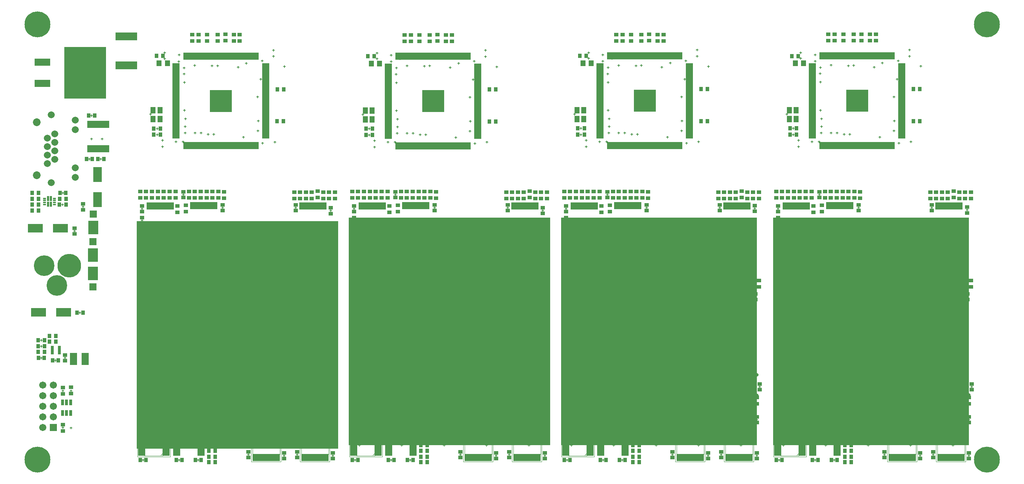
<source format=gts>
G04*
G04 #@! TF.GenerationSoftware,Altium Limited,Altium Designer,18.1.7 (191)*
G04*
G04 Layer_Color=8388736*
%FSLAX25Y25*%
%MOIN*%
G70*
G01*
G75*
%ADD13C,0.00394*%
%ADD14C,0.00500*%
%ADD18C,0.00197*%
%ADD19R,1.90000X2.15000*%
%ADD20R,1.85000X2.15000*%
%ADD45R,0.02572X0.06607*%
%ADD46R,0.06607X0.02572*%
%ADD47R,0.04300X0.03800*%
%ADD48R,0.03162X0.05721*%
%ADD49R,0.14186X0.07887*%
%ADD50R,0.07887X0.14186*%
%ADD51R,0.39186X0.48831*%
%ADD52R,0.14580X0.07099*%
%ADD53R,0.04343X0.03800*%
%ADD54R,0.09461X0.13005*%
%ADD55R,0.06784X0.06706*%
%ADD56R,0.07099X0.11800*%
%ADD57R,0.03800X0.04300*%
%ADD58R,0.03800X0.04343*%
%ADD59R,0.02572X0.07395*%
%ADD60R,0.03556X0.03950*%
%ADD61R,0.02375X0.04934*%
%ADD62R,0.03162X0.01587*%
%ADD63R,0.02670X0.01981*%
%ADD64R,0.04737X0.05721*%
%ADD65R,0.06607X0.01981*%
%ADD66R,0.01981X0.06607*%
%ADD67R,0.05131X0.05918*%
%ADD68R,0.21076X0.21076*%
%ADD69C,0.06706*%
%ADD70R,0.06706X0.06706*%
%ADD71C,0.24422*%
%ADD72C,0.06556*%
%ADD73C,0.07296*%
%ADD74C,0.19461*%
%ADD75C,0.22296*%
%ADD76C,0.03200*%
D13*
X886858Y17055D02*
Y34378D01*
X861268Y17055D02*
X886858D01*
X861268D02*
Y34378D01*
X886858D01*
X884299D02*
X886858Y31819D01*
X686858Y17055D02*
Y34378D01*
X661268Y17055D02*
X686858D01*
X661268D02*
Y34378D01*
X686858D01*
X684299D02*
X686858Y31819D01*
X486858Y17055D02*
Y34378D01*
X461268Y17055D02*
X486858D01*
X461268D02*
Y34378D01*
X486858D01*
X484299D02*
X486858Y31819D01*
X286858Y17055D02*
Y34378D01*
X261268Y17055D02*
X286858D01*
X261268D02*
Y34378D01*
X286858D01*
X284299D02*
X286858Y31819D01*
X840858Y17055D02*
Y34378D01*
X815268Y17055D02*
X840858D01*
X815268D02*
Y34378D01*
X840858D01*
X838299D02*
X840858Y31819D01*
X640858Y17055D02*
Y34378D01*
X615268Y17055D02*
X640858D01*
X615268D02*
Y34378D01*
X640858D01*
X638299D02*
X640858Y31819D01*
X440858Y17055D02*
Y34378D01*
X415268Y17055D02*
X440858D01*
X415268D02*
Y34378D01*
X440858D01*
X438299D02*
X440858Y31819D01*
X240858Y17055D02*
Y34378D01*
X215268Y17055D02*
X240858D01*
X215268D02*
Y34378D01*
X240858D01*
X238299D02*
X240858Y31819D01*
X713402Y15921D02*
X730725D01*
X713402D02*
Y41512D01*
X730725D01*
Y15921D02*
Y41512D01*
X728165Y15921D02*
X730725Y18480D01*
X513402Y15921D02*
X530725D01*
X513402D02*
Y41512D01*
X530725D01*
Y15921D02*
Y41512D01*
X528165Y15921D02*
X530725Y18480D01*
X313402Y15921D02*
X330725D01*
X313402D02*
Y41512D01*
X330725D01*
Y15921D02*
Y41512D01*
X328166Y15921D02*
X330725Y18480D01*
X113402Y15921D02*
X130725D01*
X113402D02*
Y41512D01*
X130725D01*
Y15921D02*
Y41512D01*
X128165Y15921D02*
X130725Y18480D01*
X713402Y60921D02*
X730725D01*
X713402D02*
Y86512D01*
X730725D01*
Y60921D02*
Y86512D01*
X728165Y60921D02*
X730725Y63480D01*
X513402Y60921D02*
X530725D01*
X513402D02*
Y86512D01*
X530725D01*
Y60921D02*
Y86512D01*
X528165Y60921D02*
X530725Y63480D01*
X313402Y60921D02*
X330725D01*
X313402D02*
Y86512D01*
X330725D01*
Y60921D02*
Y86512D01*
X328166Y60921D02*
X330725Y63480D01*
X113402Y60921D02*
X130725D01*
X113402D02*
Y86512D01*
X130725D01*
Y60921D02*
Y86512D01*
X128165Y60921D02*
X130725Y63480D01*
X884858Y115055D02*
Y132378D01*
X859268Y115055D02*
X884858D01*
X859268D02*
Y132378D01*
X884858D01*
X882299D02*
X884858Y129819D01*
X684858Y115055D02*
Y132378D01*
X659268Y115055D02*
X684858D01*
X659268D02*
Y132378D01*
X684858D01*
X682299D02*
X684858Y129819D01*
X484858Y115055D02*
Y132378D01*
X459268Y115055D02*
X484858D01*
X459268D02*
Y132378D01*
X484858D01*
X482299D02*
X484858Y129819D01*
X284858Y115055D02*
Y132378D01*
X259268Y115055D02*
X284858D01*
X259268D02*
Y132378D01*
X284858D01*
X282299D02*
X284858Y129819D01*
X713402Y105921D02*
X730725D01*
X713402D02*
Y131512D01*
X730725D01*
Y105921D02*
Y131512D01*
X728165Y105921D02*
X730725Y108480D01*
X513402Y105921D02*
X530725D01*
X513402D02*
Y131512D01*
X530725D01*
Y105921D02*
Y131512D01*
X528165Y105921D02*
X530725Y108480D01*
X313402Y105921D02*
X330725D01*
X313402D02*
Y131512D01*
X330725D01*
Y105921D02*
Y131512D01*
X328166Y105921D02*
X330725Y108480D01*
X113402Y105921D02*
X130725D01*
X113402D02*
Y131512D01*
X130725D01*
Y105921D02*
Y131512D01*
X128165Y105921D02*
X130725Y108480D01*
X713402Y151921D02*
X730725D01*
X713402D02*
Y177512D01*
X730725D01*
Y151921D02*
Y177512D01*
X728165Y151921D02*
X730725Y154480D01*
X513402Y151921D02*
X530725D01*
X513402D02*
Y177512D01*
X530725D01*
Y151921D02*
Y177512D01*
X528165Y151921D02*
X530725Y154480D01*
X313402Y151921D02*
X330725D01*
X313402D02*
Y177512D01*
X330725D01*
Y151921D02*
Y177512D01*
X328166Y151921D02*
X330725Y154480D01*
X113402Y151921D02*
X130725D01*
X113402D02*
Y177512D01*
X130725D01*
Y151921D02*
Y177512D01*
X128165Y151921D02*
X130725Y154480D01*
X884858Y198055D02*
Y215378D01*
X859268Y198055D02*
X884858D01*
X859268D02*
Y215378D01*
X884858D01*
X882299D02*
X884858Y212819D01*
X684858Y198055D02*
Y215378D01*
X659268Y198055D02*
X684858D01*
X659268D02*
Y215378D01*
X684858D01*
X682299D02*
X684858Y212819D01*
X484858Y198055D02*
Y215378D01*
X459268Y198055D02*
X484858D01*
X459268D02*
Y215378D01*
X484858D01*
X482299D02*
X484858Y212819D01*
X284858Y198055D02*
Y215378D01*
X259268Y198055D02*
X284858D01*
X259268D02*
Y215378D01*
X284858D01*
X282299D02*
X284858Y212819D01*
X781918Y198389D02*
Y215712D01*
X756327Y198389D02*
X781918D01*
X756327D02*
Y215712D01*
X781918D01*
X779359D02*
X781918Y213153D01*
X581918Y198389D02*
Y215712D01*
X556327Y198389D02*
X581918D01*
X556327D02*
Y215712D01*
X581918D01*
X579359D02*
X581918Y213153D01*
X381918Y198389D02*
Y215712D01*
X356328Y198389D02*
X381918D01*
X356328D02*
Y215712D01*
X381918D01*
X379359D02*
X381918Y213153D01*
X181918Y198389D02*
Y215712D01*
X156327Y198389D02*
X181918D01*
X156327D02*
Y215712D01*
X181918D01*
X179359D02*
X181918Y213153D01*
X740864Y197087D02*
Y214409D01*
X715273Y197087D02*
X740864D01*
X715273D02*
Y214409D01*
X740864D01*
X738305D02*
X740864Y211850D01*
X540864Y197087D02*
Y214409D01*
X515273Y197087D02*
X540864D01*
X515273D02*
Y214409D01*
X540864D01*
X538305D02*
X540864Y211850D01*
X340864Y197087D02*
Y214409D01*
X315273Y197087D02*
X340864D01*
X315273D02*
Y214409D01*
X340864D01*
X338305D02*
X340864Y211850D01*
X140864Y197087D02*
Y214409D01*
X115273Y197087D02*
X140864D01*
X115273D02*
Y214409D01*
X140864D01*
X138305D02*
X140864Y211850D01*
D14*
X35167Y42471D02*
X37167D01*
X36167Y41471D02*
Y43471D01*
X35177Y77003D02*
X37177D01*
X36177Y76003D02*
Y78003D01*
X43137Y42227D02*
X45137D01*
X44137Y41227D02*
Y43227D01*
X43037Y77217D02*
X45037D01*
X44037Y76217D02*
Y78217D01*
X16032Y123803D02*
Y125803D01*
X15032Y124803D02*
X17032D01*
X16002Y118213D02*
Y120213D01*
X15002Y119213D02*
X17002D01*
X72484Y314866D02*
X74484D01*
X73484Y313866D02*
Y315866D01*
X62244Y314866D02*
X64244D01*
X63244Y313866D02*
Y315866D01*
X38282Y107039D02*
Y109039D01*
X37282Y108039D02*
X39282D01*
X15002Y108165D02*
X17002D01*
X16002Y107165D02*
Y109165D01*
X71070Y295647D02*
X73070D01*
X72070Y294647D02*
Y296646D01*
X52468Y149706D02*
Y151707D01*
X51468Y150707D02*
X53468D01*
X35016Y252918D02*
X37016D01*
X36016Y251918D02*
Y253918D01*
X62474Y336706D02*
X64474D01*
X63474Y335706D02*
Y337706D01*
X60364Y295827D02*
X62364D01*
X61364Y294827D02*
Y296827D01*
X54234Y250657D02*
X56234D01*
X55234Y249657D02*
Y251657D01*
X46424Y227826D02*
X48424D01*
X47424Y226827D02*
Y228826D01*
X35278Y263834D02*
X37278D01*
X36278Y262834D02*
Y264834D01*
X28322Y105783D02*
X30322D01*
X29322Y104783D02*
Y106783D01*
X456227Y16716D02*
X458227D01*
X457227Y15717D02*
Y17717D01*
X456227Y49716D02*
X458227D01*
X457227Y48717D02*
Y50717D01*
X456063Y68717D02*
X458063D01*
X457063Y67716D02*
Y69717D01*
X490063Y15717D02*
X492063D01*
X491063Y14717D02*
Y16716D01*
X490063Y49716D02*
X492063D01*
X491063Y48717D02*
Y50717D01*
X492508Y80717D02*
X494508D01*
X493507Y79716D02*
Y81717D01*
X476063Y24716D02*
Y26717D01*
X475063Y25717D02*
X477063D01*
X476063Y39717D02*
Y41717D01*
X475063Y40716D02*
X477063D01*
X476063Y54716D02*
Y56717D01*
X475063Y55717D02*
X477063D01*
X876063Y54716D02*
Y56717D01*
X875063Y55717D02*
X877063D01*
X876063Y39717D02*
Y41717D01*
X875063Y40716D02*
X877063D01*
X876063Y24716D02*
Y26717D01*
X875063Y25717D02*
X877063D01*
X676063Y54716D02*
Y56717D01*
X675063Y55717D02*
X677063D01*
X676063Y39717D02*
Y41717D01*
X675063Y40716D02*
X677063D01*
X676063Y24716D02*
Y26717D01*
X675063Y25717D02*
X677063D01*
X876063Y69717D02*
Y71716D01*
X875063Y70717D02*
X877063D01*
X876063Y84716D02*
Y86717D01*
X875063Y85716D02*
X877063D01*
X836063Y24716D02*
Y26717D01*
X835063Y25717D02*
X837063D01*
X836063Y39717D02*
Y41717D01*
X835063Y40716D02*
X837063D01*
X836063Y54716D02*
Y56717D01*
X835063Y55717D02*
X837063D01*
X836063Y69717D02*
Y71716D01*
X835063Y70717D02*
X837063D01*
X836063Y84716D02*
Y86717D01*
X835063Y85716D02*
X837063D01*
X796063Y24716D02*
Y26717D01*
X795063Y25717D02*
X797063D01*
X676063Y69717D02*
Y71716D01*
X675063Y70717D02*
X677063D01*
X676063Y84716D02*
Y86717D01*
X675063Y85716D02*
X677063D01*
X636063Y24716D02*
Y26717D01*
X635063Y25717D02*
X637063D01*
X636063Y39717D02*
Y41717D01*
X635063Y40716D02*
X637063D01*
X636063Y54716D02*
Y56717D01*
X635063Y55717D02*
X637063D01*
X636063Y69717D02*
Y71716D01*
X635063Y70717D02*
X637063D01*
X636063Y84716D02*
Y86717D01*
X635063Y85716D02*
X637063D01*
X596063Y24716D02*
Y26717D01*
X595063Y25717D02*
X597063D01*
X476063Y69717D02*
Y71716D01*
X475063Y70717D02*
X477063D01*
X476063Y84716D02*
Y86717D01*
X475063Y85716D02*
X477063D01*
X436063Y24716D02*
Y26717D01*
X435063Y25717D02*
X437063D01*
X436063Y39717D02*
Y41717D01*
X435063Y40716D02*
X437063D01*
X436063Y54716D02*
Y56717D01*
X435063Y55717D02*
X437063D01*
X436063Y69717D02*
Y71716D01*
X435063Y70717D02*
X437063D01*
X436063Y84716D02*
Y86717D01*
X435063Y85716D02*
X437063D01*
X396063Y24716D02*
Y26717D01*
X395063Y25717D02*
X397063D01*
X756063Y24716D02*
Y26717D01*
X755063Y25717D02*
X757063D01*
X716063Y24716D02*
Y26717D01*
X715063Y25717D02*
X717063D01*
X796063Y39717D02*
Y41717D01*
X795063Y40716D02*
X797063D01*
X756063Y39717D02*
Y41717D01*
X755063Y40716D02*
X757063D01*
X716063Y39717D02*
Y41717D01*
X715063Y40716D02*
X717063D01*
X796063Y54716D02*
Y56717D01*
X795063Y55717D02*
X797063D01*
X756063Y54716D02*
Y56717D01*
X755063Y55717D02*
X757063D01*
X716063Y54716D02*
Y56717D01*
X715063Y55717D02*
X717063D01*
X556063Y24716D02*
Y26717D01*
X555063Y25717D02*
X557063D01*
X516063Y24716D02*
Y26717D01*
X515063Y25717D02*
X517063D01*
X596063Y39717D02*
Y41717D01*
X595063Y40716D02*
X597063D01*
X556063Y39717D02*
Y41717D01*
X555063Y40716D02*
X557063D01*
X516063Y39717D02*
Y41717D01*
X515063Y40716D02*
X517063D01*
X596063Y54716D02*
Y56717D01*
X595063Y55717D02*
X597063D01*
X556063Y54716D02*
Y56717D01*
X555063Y55717D02*
X557063D01*
X516063Y54716D02*
Y56717D01*
X515063Y55717D02*
X517063D01*
X356063Y24716D02*
Y26717D01*
X355063Y25717D02*
X357063D01*
X316063Y24716D02*
Y26717D01*
X315063Y25717D02*
X317063D01*
X396063Y39717D02*
Y41717D01*
X395063Y40716D02*
X397063D01*
X356063Y39717D02*
Y41717D01*
X355063Y40716D02*
X357063D01*
X316063Y39717D02*
Y41717D01*
X315063Y40716D02*
X317063D01*
X396063Y54716D02*
Y56717D01*
X395063Y55717D02*
X397063D01*
X356063Y54716D02*
Y56717D01*
X355063Y55717D02*
X357063D01*
X316063Y54716D02*
Y56717D01*
X315063Y55717D02*
X317063D01*
X796063Y69717D02*
Y71716D01*
X795063Y70717D02*
X797063D01*
X756063Y69717D02*
Y71716D01*
X755063Y70717D02*
X757063D01*
X716063Y69717D02*
Y71716D01*
X715063Y70717D02*
X717063D01*
X796063Y84716D02*
Y86717D01*
X795063Y85716D02*
X797063D01*
X756063Y84716D02*
Y86717D01*
X755063Y85716D02*
X757063D01*
X716063Y84716D02*
Y86717D01*
X715063Y85716D02*
X717063D01*
X756063Y99717D02*
Y101716D01*
X755063Y100716D02*
X757063D01*
X716063Y99717D02*
Y101716D01*
X715063Y100716D02*
X717063D01*
X596063Y69717D02*
Y71716D01*
X595063Y70717D02*
X597063D01*
X556063Y69717D02*
Y71716D01*
X555063Y70717D02*
X557063D01*
X516063Y69717D02*
Y71716D01*
X515063Y70717D02*
X517063D01*
X596063Y84716D02*
Y86717D01*
X595063Y85716D02*
X597063D01*
X556063Y84716D02*
Y86717D01*
X555063Y85716D02*
X557063D01*
X516063Y84716D02*
Y86717D01*
X515063Y85716D02*
X517063D01*
X556063Y99717D02*
Y101716D01*
X555063Y100716D02*
X557063D01*
X516063Y99717D02*
Y101716D01*
X515063Y100716D02*
X517063D01*
X396063Y69717D02*
Y71716D01*
X395063Y70717D02*
X397063D01*
X356063Y69717D02*
Y71716D01*
X355063Y70717D02*
X357063D01*
X316063Y69717D02*
Y71716D01*
X315063Y70717D02*
X317063D01*
X396063Y84716D02*
Y86717D01*
X395063Y85716D02*
X397063D01*
X356063Y84716D02*
Y86717D01*
X355063Y85716D02*
X357063D01*
X316063Y84716D02*
Y86717D01*
X315063Y85716D02*
X317063D01*
X356063Y99717D02*
Y101716D01*
X355063Y100716D02*
X357063D01*
X316063Y99717D02*
Y101716D01*
X315063Y100716D02*
X317063D01*
X876063Y99717D02*
Y101716D01*
X875063Y100716D02*
X877063D01*
X876063Y114716D02*
Y116717D01*
X875063Y115717D02*
X877063D01*
X876063Y129717D02*
Y131717D01*
X875063Y130717D02*
X877063D01*
X876063Y144717D02*
Y146716D01*
X875063Y145717D02*
X877063D01*
X836063Y99717D02*
Y101716D01*
X835063Y100716D02*
X837063D01*
X836063Y114716D02*
Y116717D01*
X835063Y115717D02*
X837063D01*
X836063Y144717D02*
Y146716D01*
X835063Y145717D02*
X837063D01*
X836063Y129717D02*
Y131717D01*
X835063Y130717D02*
X837063D01*
X676063Y99717D02*
Y101716D01*
X675063Y100716D02*
X677063D01*
X676063Y114716D02*
Y116717D01*
X675063Y115717D02*
X677063D01*
X676063Y129717D02*
Y131717D01*
X675063Y130717D02*
X677063D01*
X676063Y144717D02*
Y146716D01*
X675063Y145717D02*
X677063D01*
X636063Y99717D02*
Y101716D01*
X635063Y100716D02*
X637063D01*
X636063Y114716D02*
Y116717D01*
X635063Y115717D02*
X637063D01*
X636063Y144717D02*
Y146716D01*
X635063Y145717D02*
X637063D01*
X636063Y129717D02*
Y131717D01*
X635063Y130717D02*
X637063D01*
X476063Y99717D02*
Y101716D01*
X475063Y100716D02*
X477063D01*
X476063Y114716D02*
Y116717D01*
X475063Y115717D02*
X477063D01*
X476063Y129717D02*
Y131717D01*
X475063Y130717D02*
X477063D01*
X476063Y144717D02*
Y146716D01*
X475063Y145717D02*
X477063D01*
X436063Y99717D02*
Y101716D01*
X435063Y100716D02*
X437063D01*
X436063Y114716D02*
Y116717D01*
X435063Y115717D02*
X437063D01*
X436063Y144717D02*
Y146716D01*
X435063Y145717D02*
X437063D01*
X436063Y129717D02*
Y131717D01*
X435063Y130717D02*
X437063D01*
X796063Y99717D02*
Y101716D01*
X795063Y100716D02*
X797063D01*
X796063Y114716D02*
Y116717D01*
X795063Y115717D02*
X797063D01*
X756063Y114716D02*
Y116717D01*
X755063Y115717D02*
X757063D01*
X716063Y114716D02*
Y116717D01*
X715063Y115717D02*
X717063D01*
X796063Y129717D02*
Y131717D01*
X795063Y130717D02*
X797063D01*
X756063Y129717D02*
Y131717D01*
X755063Y130717D02*
X757063D01*
X716063Y129717D02*
Y131717D01*
X715063Y130717D02*
X717063D01*
X716063Y144717D02*
Y146716D01*
X715063Y145717D02*
X717063D01*
X596063Y99717D02*
Y101716D01*
X595063Y100716D02*
X597063D01*
X596063Y114716D02*
Y116717D01*
X595063Y115717D02*
X597063D01*
X556063Y114716D02*
Y116717D01*
X555063Y115717D02*
X557063D01*
X516063Y114716D02*
Y116717D01*
X515063Y115717D02*
X517063D01*
X596063Y129717D02*
Y131717D01*
X595063Y130717D02*
X597063D01*
X556063Y129717D02*
Y131717D01*
X555063Y130717D02*
X557063D01*
X516063Y129717D02*
Y131717D01*
X515063Y130717D02*
X517063D01*
X516063Y144717D02*
Y146716D01*
X515063Y145717D02*
X517063D01*
X396063Y99717D02*
Y101716D01*
X395063Y100716D02*
X397063D01*
X396063Y114716D02*
Y116717D01*
X395063Y115717D02*
X397063D01*
X356063Y114716D02*
Y116717D01*
X355063Y115717D02*
X357063D01*
X316063Y114716D02*
Y116717D01*
X315063Y115717D02*
X317063D01*
X396063Y129717D02*
Y131717D01*
X395063Y130717D02*
X397063D01*
X356063Y129717D02*
Y131717D01*
X355063Y130717D02*
X357063D01*
X316063Y129717D02*
Y131717D01*
X315063Y130717D02*
X317063D01*
X316063Y144717D02*
Y146716D01*
X315063Y145717D02*
X317063D01*
X756063Y144717D02*
Y146716D01*
X755063Y145717D02*
X757063D01*
X796063Y144717D02*
Y146716D01*
X795063Y145717D02*
X797063D01*
X796063Y159716D02*
Y161716D01*
X795063Y160716D02*
X797063D01*
X756063Y159716D02*
Y161716D01*
X755063Y160716D02*
X757063D01*
X716063Y159716D02*
Y161716D01*
X715063Y160716D02*
X717063D01*
X796063Y174716D02*
Y176716D01*
X795063Y175716D02*
X797063D01*
X756063Y174716D02*
Y176716D01*
X755063Y175716D02*
X757063D01*
X716063Y174716D02*
Y176716D01*
X715063Y175716D02*
X717063D01*
X556063Y144717D02*
Y146716D01*
X555063Y145717D02*
X557063D01*
X596063Y144717D02*
Y146716D01*
X595063Y145717D02*
X597063D01*
X596063Y159716D02*
Y161716D01*
X595063Y160716D02*
X597063D01*
X556063Y159716D02*
Y161716D01*
X555063Y160716D02*
X557063D01*
X516063Y159716D02*
Y161716D01*
X515063Y160716D02*
X517063D01*
X596063Y174716D02*
Y176716D01*
X595063Y175716D02*
X597063D01*
X556063Y174716D02*
Y176716D01*
X555063Y175716D02*
X557063D01*
X516063Y174716D02*
Y176716D01*
X515063Y175716D02*
X517063D01*
X356063Y144717D02*
Y146716D01*
X355063Y145717D02*
X357063D01*
X396063Y144717D02*
Y146716D01*
X395063Y145717D02*
X397063D01*
X396063Y159716D02*
Y161716D01*
X395063Y160716D02*
X397063D01*
X356063Y159716D02*
Y161716D01*
X355063Y160716D02*
X357063D01*
X316063Y159716D02*
Y161716D01*
X315063Y160716D02*
X317063D01*
X396063Y174716D02*
Y176716D01*
X395063Y175716D02*
X397063D01*
X356063Y174716D02*
Y176716D01*
X355063Y175716D02*
X357063D01*
X316063Y174716D02*
Y176716D01*
X315063Y175716D02*
X317063D01*
X876063Y174716D02*
Y176716D01*
X875063Y175716D02*
X877063D01*
X876063Y159716D02*
Y161716D01*
X875063Y160716D02*
X877063D01*
X876063Y189716D02*
Y191717D01*
X875063Y190717D02*
X877063D01*
X876063Y204716D02*
Y206716D01*
X875063Y205716D02*
X877063D01*
X876063Y219717D02*
Y221716D01*
X875063Y220717D02*
X877063D01*
X876063Y234717D02*
Y236717D01*
X875063Y235717D02*
X877063D01*
X836063Y159716D02*
Y161716D01*
X835063Y160716D02*
X837063D01*
X836063Y174716D02*
Y176716D01*
X835063Y175716D02*
X837063D01*
X676063Y174716D02*
Y176716D01*
X675063Y175716D02*
X677063D01*
X676063Y159716D02*
Y161716D01*
X675063Y160716D02*
X677063D01*
X676063Y189716D02*
Y191717D01*
X675063Y190717D02*
X677063D01*
X676063Y204716D02*
Y206716D01*
X675063Y205716D02*
X677063D01*
X676063Y219717D02*
Y221716D01*
X675063Y220717D02*
X677063D01*
X676063Y234717D02*
Y236717D01*
X675063Y235717D02*
X677063D01*
X636063Y159716D02*
Y161716D01*
X635063Y160716D02*
X637063D01*
X636063Y174716D02*
Y176716D01*
X635063Y175716D02*
X637063D01*
X476063Y174716D02*
Y176716D01*
X475063Y175716D02*
X477063D01*
X476063Y159716D02*
Y161716D01*
X475063Y160716D02*
X477063D01*
X476063Y189716D02*
Y191717D01*
X475063Y190717D02*
X477063D01*
X476063Y204716D02*
Y206716D01*
X475063Y205716D02*
X477063D01*
X476063Y219717D02*
Y221716D01*
X475063Y220717D02*
X477063D01*
X476063Y234717D02*
Y236717D01*
X475063Y235717D02*
X477063D01*
X436063Y159716D02*
Y161716D01*
X435063Y160716D02*
X437063D01*
X436063Y174716D02*
Y176716D01*
X435063Y175716D02*
X437063D01*
X786063Y249716D02*
X788063D01*
X787063Y248716D02*
Y250716D01*
X751287Y198050D02*
X753287D01*
X752287Y197050D02*
Y199050D01*
X749123Y262050D02*
X751123D01*
X750123Y261050D02*
Y263050D01*
X785123Y197050D02*
X787123D01*
X786123Y196050D02*
Y198050D01*
X751287Y231125D02*
X753287D01*
X752287Y230125D02*
Y232125D01*
X785123Y231050D02*
X787123D01*
X786123Y230050D02*
Y232050D01*
X585123Y197050D02*
X587123D01*
X586123Y196050D02*
Y198050D01*
X585123Y231050D02*
X587123D01*
X586123Y230050D02*
Y232050D01*
X586063Y249716D02*
X588063D01*
X587063Y248716D02*
Y250716D01*
X551287Y198050D02*
X553287D01*
X552287Y197050D02*
Y199050D01*
X551287Y231125D02*
X553287D01*
X552287Y230125D02*
Y232125D01*
X549123Y262050D02*
X551123D01*
X550123Y261050D02*
Y263050D01*
X796063Y189716D02*
Y191717D01*
X795063Y190717D02*
X797063D01*
X836063Y189716D02*
Y191717D01*
X835063Y190717D02*
X837063D01*
X836063Y204716D02*
Y206716D01*
X835063Y205716D02*
X837063D01*
X796063Y204716D02*
Y206716D01*
X795063Y205716D02*
X797063D01*
X836063Y219717D02*
Y221716D01*
X835063Y220717D02*
X837063D01*
X796063Y219717D02*
Y221716D01*
X795063Y220717D02*
X797063D01*
X836063Y234717D02*
Y236717D01*
X835063Y235717D02*
X837063D01*
X796063Y234717D02*
Y236717D01*
X795063Y235717D02*
X797063D01*
X596063Y189716D02*
Y191717D01*
X595063Y190717D02*
X597063D01*
X636063Y189716D02*
Y191717D01*
X635063Y190717D02*
X637063D01*
X636063Y204716D02*
Y206716D01*
X635063Y205716D02*
X637063D01*
X596063Y204716D02*
Y206716D01*
X595063Y205716D02*
X597063D01*
X636063Y219717D02*
Y221716D01*
X635063Y220717D02*
X637063D01*
X596063Y219717D02*
Y221716D01*
X595063Y220717D02*
X597063D01*
X636063Y234717D02*
Y236717D01*
X635063Y235717D02*
X637063D01*
X596063Y234717D02*
Y236717D01*
X595063Y235717D02*
X597063D01*
X396063Y189716D02*
Y191717D01*
X395063Y190717D02*
X397063D01*
X436063Y189716D02*
Y191717D01*
X435063Y190717D02*
X437063D01*
X436063Y204716D02*
Y206716D01*
X435063Y205716D02*
X437063D01*
X396063Y204716D02*
Y206716D01*
X395063Y205716D02*
X397063D01*
X436063Y219717D02*
Y221716D01*
X435063Y220717D02*
X437063D01*
X396063Y219717D02*
Y221716D01*
X395063Y220717D02*
X397063D01*
X436063Y234717D02*
Y236717D01*
X435063Y235717D02*
X437063D01*
X396063Y234717D02*
Y236717D01*
X395063Y235717D02*
X397063D01*
X510227Y197716D02*
X512227D01*
X511227Y196716D02*
Y198716D01*
X510063Y224716D02*
X512063D01*
X511063Y223716D02*
Y225716D01*
X510063Y237717D02*
X512063D01*
X511063Y236717D02*
Y238717D01*
X510063Y248716D02*
X512063D01*
X511063Y247716D02*
Y249716D01*
X543456Y197740D02*
X545456D01*
X544456Y196740D02*
Y198740D01*
X544063Y230716D02*
X546063D01*
X545063Y229716D02*
Y231716D01*
X316063Y189716D02*
Y191717D01*
X315063Y190717D02*
X317063D01*
X316063Y204716D02*
Y206716D01*
X315063Y205716D02*
X317063D01*
X316063Y219717D02*
Y221717D01*
X315063Y220717D02*
X317063D01*
X316063Y234717D02*
Y236717D01*
X315063Y235717D02*
X317063D01*
X356063Y189716D02*
Y191717D01*
X355063Y190717D02*
X357063D01*
X356063Y204716D02*
Y206716D01*
X355063Y205716D02*
X357063D01*
X356063Y219717D02*
Y221717D01*
X355063Y220717D02*
X357063D01*
X356063Y234717D02*
Y236717D01*
X355063Y235717D02*
X357063D01*
X344063Y230716D02*
X346063D01*
X345063Y229716D02*
Y231716D01*
X343456Y197740D02*
X345456D01*
X344456Y196740D02*
Y198740D01*
X310227Y197716D02*
X312227D01*
X311227Y196716D02*
Y198716D01*
X310063Y237717D02*
X312063D01*
X311063Y236717D02*
Y238717D01*
X310063Y248716D02*
X312063D01*
X311063Y247716D02*
Y249716D01*
X310063Y224716D02*
X312063D01*
X311063Y223716D02*
Y225716D01*
X756063Y189716D02*
Y191717D01*
X755063Y190717D02*
X757063D01*
X756063Y204716D02*
Y206716D01*
X755063Y205716D02*
X757063D01*
X756063Y219717D02*
Y221716D01*
X755063Y220717D02*
X757063D01*
X756063Y234717D02*
Y236717D01*
X755063Y235717D02*
X757063D01*
X716063Y189716D02*
Y191717D01*
X715063Y190717D02*
X717063D01*
X716063Y204716D02*
Y206716D01*
X715063Y205716D02*
X717063D01*
X716063Y219717D02*
Y221716D01*
X715063Y220717D02*
X717063D01*
X716063Y234717D02*
Y236717D01*
X715063Y235717D02*
X717063D01*
X556063Y189716D02*
Y191717D01*
X555063Y190717D02*
X557063D01*
X556063Y204716D02*
Y206716D01*
X555063Y205716D02*
X557063D01*
X556063Y219717D02*
Y221716D01*
X555063Y220717D02*
X557063D01*
X556063Y234717D02*
Y236717D01*
X555063Y235717D02*
X557063D01*
X516063Y189716D02*
Y191717D01*
X515063Y190717D02*
X517063D01*
X516063Y204716D02*
Y206716D01*
X515063Y205716D02*
X517063D01*
X516063Y219717D02*
Y221716D01*
X515063Y220717D02*
X517063D01*
X516063Y234717D02*
Y236717D01*
X515063Y235717D02*
X517063D01*
X276063Y204716D02*
Y206716D01*
X275063Y205716D02*
X277063D01*
X236063Y234717D02*
Y236717D01*
X235063Y235717D02*
X237063D01*
X196063Y144717D02*
Y146716D01*
X195063Y145717D02*
X197063D01*
X710227Y197716D02*
X712227D01*
X711227Y196716D02*
Y198716D01*
X744063Y230716D02*
X746063D01*
X745063Y229716D02*
Y231716D01*
X710063Y248716D02*
X712063D01*
X711063Y247716D02*
Y249716D01*
X710063Y224716D02*
X712063D01*
X711063Y223716D02*
Y225716D01*
X710063Y237717D02*
X712063D01*
X711063Y236717D02*
Y238717D01*
X743456Y197740D02*
X745456D01*
X744456Y196740D02*
Y198740D01*
X116063Y234717D02*
Y236717D01*
X115063Y235717D02*
X117063D01*
X115063Y220717D02*
X117063D01*
X116063Y219717D02*
Y221716D01*
X856227Y49716D02*
X858227D01*
X857227Y48717D02*
Y50717D01*
X892508Y80717D02*
X894508D01*
X893508Y79716D02*
Y81717D01*
X890063Y15717D02*
X892063D01*
X891063Y14717D02*
Y16716D01*
X890063Y49716D02*
X892063D01*
X891063Y48717D02*
Y50717D01*
X856063Y68717D02*
X858063D01*
X857063Y67716D02*
Y69717D01*
X856227Y16716D02*
X858227D01*
X857227Y15717D02*
Y17717D01*
X810227Y49716D02*
X812227D01*
X811227Y48717D02*
Y50717D01*
X844063Y66716D02*
X846063D01*
X845063Y65716D02*
Y67716D01*
X844063Y15717D02*
X846063D01*
X845063Y14717D02*
Y16716D01*
X844063Y49716D02*
X846063D01*
X845063Y48717D02*
Y50717D01*
X810063Y67716D02*
X812063D01*
X811063Y66716D02*
Y68717D01*
X810227Y16716D02*
X812227D01*
X811227Y15717D02*
Y17717D01*
X746063Y44553D02*
Y46553D01*
X745063Y45553D02*
X747063D01*
X764063Y10717D02*
Y12717D01*
X763063Y11716D02*
X765063D01*
X712063Y10717D02*
Y12717D01*
X711063Y11716D02*
X713063D01*
X746063Y10717D02*
Y12717D01*
X745063Y11716D02*
X747063D01*
X764173Y47819D02*
Y49819D01*
X763173Y48819D02*
X765173D01*
X713063Y44553D02*
Y46553D01*
X712063Y45553D02*
X714063D01*
X746063Y89553D02*
Y91553D01*
X745063Y90553D02*
X747063D01*
X765063Y55717D02*
Y57717D01*
X764063Y56717D02*
X766063D01*
X712063Y55717D02*
Y57717D01*
X711063Y56717D02*
X713063D01*
X746063Y55717D02*
Y57717D01*
X745063Y56717D02*
X747063D01*
X764173Y92701D02*
Y94701D01*
X763173Y93701D02*
X765173D01*
X713063Y89553D02*
Y91553D01*
X712063Y90553D02*
X714063D01*
X854227Y147716D02*
X856227D01*
X855227Y146716D02*
Y148716D01*
X888508Y165717D02*
X890508D01*
X889508Y164716D02*
Y166717D01*
X888063Y113716D02*
X890063D01*
X889063Y112716D02*
Y114716D01*
X888063Y147716D02*
X890063D01*
X889063Y146716D02*
Y148716D01*
X853906Y178605D02*
X855906D01*
X854906Y177605D02*
Y179605D01*
X854227Y114716D02*
X856227D01*
X855227Y113716D02*
Y115717D01*
X746063Y134553D02*
Y136553D01*
X745063Y135553D02*
X747063D01*
X764756Y100535D02*
Y102535D01*
X763756Y101535D02*
X765756D01*
X712063Y100716D02*
Y102717D01*
X711063Y101716D02*
X713063D01*
X746063Y100716D02*
Y102717D01*
X745063Y101716D02*
X747063D01*
X764684Y135048D02*
Y137048D01*
X763684Y136048D02*
X765684D01*
X713063Y134553D02*
Y136553D01*
X712063Y135553D02*
X714063D01*
X746138Y180553D02*
Y182553D01*
X745138Y181553D02*
X747138D01*
X764063Y146716D02*
Y148716D01*
X763063Y147716D02*
X765063D01*
X712063Y146716D02*
Y148716D01*
X711063Y147716D02*
X713063D01*
X746063Y146716D02*
Y148716D01*
X745063Y147716D02*
X747063D01*
X765063Y180717D02*
Y182717D01*
X764063Y181717D02*
X766063D01*
X713063Y180553D02*
Y182553D01*
X712063Y181553D02*
X714063D01*
X854227Y229716D02*
X856227D01*
X855227Y228716D02*
Y230716D01*
X888367Y247688D02*
X890367D01*
X889367Y246688D02*
Y248688D01*
X888063Y196716D02*
X890063D01*
X889063Y195717D02*
Y197716D01*
X888063Y230716D02*
X890063D01*
X889063Y229716D02*
Y231716D01*
X855089Y249716D02*
X857089D01*
X856089Y248716D02*
Y250716D01*
X854227Y197716D02*
X856227D01*
X855227Y196716D02*
Y198716D01*
X656227Y49716D02*
X658227D01*
X657227Y48717D02*
Y50717D01*
X692508Y80717D02*
X694508D01*
X693507Y79716D02*
Y81717D01*
X690063Y15717D02*
X692063D01*
X691063Y14717D02*
Y16716D01*
X690063Y49716D02*
X692063D01*
X691063Y48717D02*
Y50717D01*
X656063Y68717D02*
X658063D01*
X657063Y67716D02*
Y69717D01*
X656227Y16716D02*
X658227D01*
X657227Y15717D02*
Y17717D01*
X610227Y49716D02*
X612227D01*
X611227Y48717D02*
Y50717D01*
X644063Y66716D02*
X646063D01*
X645063Y65716D02*
Y67716D01*
X644063Y15717D02*
X646063D01*
X645063Y14717D02*
Y16716D01*
X644063Y49716D02*
X646063D01*
X645063Y48717D02*
Y50717D01*
X610063Y67716D02*
X612063D01*
X611063Y66716D02*
Y68717D01*
X610227Y16716D02*
X612227D01*
X611227Y15717D02*
Y17717D01*
X546063Y44553D02*
Y46553D01*
X545063Y45553D02*
X547063D01*
X564063Y10717D02*
Y12717D01*
X563063Y11716D02*
X565063D01*
X512063Y10717D02*
Y12717D01*
X511063Y11716D02*
X513063D01*
X546063Y10717D02*
Y12717D01*
X545063Y11716D02*
X547063D01*
X564173Y47819D02*
Y49819D01*
X563173Y48819D02*
X565173D01*
X513063Y44553D02*
Y46553D01*
X512063Y45553D02*
X514063D01*
X546063Y89553D02*
Y91553D01*
X545063Y90553D02*
X547063D01*
X565063Y55717D02*
Y57717D01*
X564063Y56717D02*
X566063D01*
X512063Y55717D02*
Y57717D01*
X511063Y56717D02*
X513063D01*
X546063Y55717D02*
Y57717D01*
X545063Y56717D02*
X547063D01*
X564173Y92701D02*
Y94701D01*
X563173Y93701D02*
X565173D01*
X513063Y89553D02*
Y91553D01*
X512063Y90553D02*
X514063D01*
X654227Y147716D02*
X656227D01*
X655227Y146716D02*
Y148716D01*
X688508Y165717D02*
X690508D01*
X689507Y164716D02*
Y166717D01*
X688063Y113716D02*
X690063D01*
X689063Y112716D02*
Y114716D01*
X688063Y147716D02*
X690063D01*
X689063Y146716D02*
Y148716D01*
X653906Y178605D02*
X655906D01*
X654906Y177605D02*
Y179605D01*
X654227Y114716D02*
X656227D01*
X655227Y113716D02*
Y115717D01*
X546063Y134553D02*
Y136553D01*
X545063Y135553D02*
X547063D01*
X564756Y100535D02*
Y102535D01*
X563756Y101535D02*
X565756D01*
X512063Y100716D02*
Y102717D01*
X511063Y101716D02*
X513063D01*
X546063Y100716D02*
Y102717D01*
X545063Y101716D02*
X547063D01*
X564684Y135048D02*
Y137048D01*
X563684Y136048D02*
X565684D01*
X513063Y134553D02*
Y136553D01*
X512063Y135553D02*
X514063D01*
X546138Y180553D02*
Y182553D01*
X545138Y181553D02*
X547138D01*
X564063Y146716D02*
Y148716D01*
X563063Y147716D02*
X565063D01*
X512063Y146716D02*
Y148716D01*
X511063Y147716D02*
X513063D01*
X546063Y146716D02*
Y148716D01*
X545063Y147716D02*
X547063D01*
X565063Y180717D02*
Y182717D01*
X564063Y181717D02*
X566063D01*
X513063Y180553D02*
Y182553D01*
X512063Y181553D02*
X514063D01*
X654227Y229716D02*
X656227D01*
X655227Y228716D02*
Y230716D01*
X688120Y249063D02*
X690120D01*
X689120Y248063D02*
Y250063D01*
X688063Y196716D02*
X690063D01*
X689063Y195717D02*
Y197716D01*
X688063Y230716D02*
X690063D01*
X689063Y229716D02*
Y231716D01*
X655089Y249716D02*
X657089D01*
X656089Y248716D02*
Y250716D01*
X654227Y197716D02*
X656227D01*
X655227Y196716D02*
Y198716D01*
X410227Y49716D02*
X412227D01*
X411227Y48717D02*
Y50717D01*
X444063Y66716D02*
X446063D01*
X445063Y65716D02*
Y67716D01*
X444063Y15717D02*
X446063D01*
X445063Y14717D02*
Y16716D01*
X444063Y49716D02*
X446063D01*
X445063Y48717D02*
Y50717D01*
X410063Y67716D02*
X412063D01*
X411063Y66716D02*
Y68717D01*
X410227Y16716D02*
X412227D01*
X411227Y15717D02*
Y17717D01*
X346063Y44553D02*
Y46553D01*
X345063Y45553D02*
X347063D01*
X364063Y10717D02*
Y12717D01*
X363063Y11716D02*
X365063D01*
X312063Y10717D02*
Y12717D01*
X311063Y11716D02*
X313063D01*
X346063Y10717D02*
Y12717D01*
X345063Y11716D02*
X347063D01*
X364173Y47819D02*
Y49819D01*
X363173Y48819D02*
X365173D01*
X313063Y44553D02*
Y46553D01*
X312063Y45553D02*
X314063D01*
X346063Y89553D02*
Y91553D01*
X345063Y90553D02*
X347063D01*
X365063Y55717D02*
Y57717D01*
X364063Y56717D02*
X366063D01*
X312063Y55717D02*
Y57717D01*
X311063Y56717D02*
X313063D01*
X346063Y55717D02*
Y57717D01*
X345063Y56717D02*
X347063D01*
X364173Y92701D02*
Y94701D01*
X363173Y93701D02*
X365173D01*
X313063Y89553D02*
Y91553D01*
X312063Y90553D02*
X314063D01*
X454227Y147716D02*
X456227D01*
X455227Y146716D02*
Y148716D01*
X488508Y165717D02*
X490508D01*
X489507Y164716D02*
Y166717D01*
X488063Y113716D02*
X490063D01*
X489063Y112716D02*
Y114716D01*
X488063Y147716D02*
X490063D01*
X489063Y146716D02*
Y148716D01*
X453906Y178605D02*
X455906D01*
X454906Y177605D02*
Y179605D01*
X454227Y114716D02*
X456227D01*
X455227Y113716D02*
Y115717D01*
X346063Y134553D02*
Y136553D01*
X345063Y135553D02*
X347063D01*
X364756Y100535D02*
Y102535D01*
X363756Y101535D02*
X365756D01*
X312063Y100716D02*
Y102717D01*
X311063Y101716D02*
X313063D01*
X346063Y100716D02*
Y102717D01*
X345063Y101716D02*
X347063D01*
X364684Y135048D02*
Y137048D01*
X363684Y136048D02*
X365684D01*
X313063Y134553D02*
Y136553D01*
X312063Y135553D02*
X314063D01*
X346138Y180553D02*
Y182553D01*
X345138Y181553D02*
X347138D01*
X364063Y146716D02*
Y148716D01*
X363063Y147716D02*
X365063D01*
X312063Y146716D02*
Y148716D01*
X311063Y147716D02*
X313063D01*
X346063Y146716D02*
Y148716D01*
X345063Y147716D02*
X347063D01*
X365063Y180717D02*
Y182717D01*
X364063Y181717D02*
X366063D01*
X313063Y180553D02*
Y182553D01*
X312063Y181553D02*
X314063D01*
X454227Y229716D02*
X456227D01*
X455227Y228716D02*
Y230716D01*
X488063Y247154D02*
X490063D01*
X489063Y246154D02*
Y248154D01*
X488063Y196716D02*
X490063D01*
X489063Y195717D02*
Y197716D01*
X488063Y230716D02*
X490063D01*
X489063Y229716D02*
Y231716D01*
X455089Y249716D02*
X457089D01*
X456089Y248716D02*
Y250716D01*
X454227Y197716D02*
X456227D01*
X455227Y196716D02*
Y198716D01*
X351287Y231125D02*
X353287D01*
X352287Y230125D02*
Y232125D01*
X386063Y249716D02*
X388063D01*
X387063Y248716D02*
Y250716D01*
X385123Y197050D02*
X387123D01*
X386123Y196050D02*
Y198050D01*
X385123Y231050D02*
X387123D01*
X386123Y230050D02*
Y232050D01*
X349123Y262050D02*
X351123D01*
X350123Y261050D02*
Y263050D01*
X351287Y198050D02*
X353287D01*
X352287Y197050D02*
Y199050D01*
X254906Y177605D02*
Y179605D01*
X253906Y178605D02*
X255906D01*
X155063Y115717D02*
X157063D01*
X156063Y114716D02*
Y116717D01*
X116063Y129717D02*
Y131717D01*
X115063Y130717D02*
X117063D01*
X236063Y174716D02*
Y176716D01*
X235063Y175716D02*
X237063D01*
X236063Y99717D02*
Y101716D01*
X235063Y100716D02*
X237063D01*
X116063Y144717D02*
Y146716D01*
X115063Y145717D02*
X117063D01*
X156063Y69717D02*
Y71716D01*
X155063Y70717D02*
X157063D01*
X145063Y90553D02*
X147063D01*
X146063Y89553D02*
Y91553D01*
X145063Y56717D02*
X147063D01*
X146063Y55717D02*
Y57717D01*
X256227Y49716D02*
X258227D01*
X257227Y48717D02*
Y50717D01*
X210227Y49716D02*
X212227D01*
X211227Y48717D02*
Y50717D01*
X146063Y44553D02*
Y46553D01*
X145063Y45553D02*
X147063D01*
X254227Y147716D02*
X256227D01*
X255227Y146716D02*
Y148716D01*
X288508Y165717D02*
X290508D01*
X289508Y164716D02*
Y166717D01*
X288063Y113716D02*
X290063D01*
X289063Y112716D02*
Y114716D01*
X288063Y147716D02*
X290063D01*
X289063Y146716D02*
Y148716D01*
X254227Y114716D02*
X256227D01*
X255227Y113716D02*
Y115717D01*
X146063Y134553D02*
Y136553D01*
X145063Y135553D02*
X147063D01*
X254227Y229716D02*
X256227D01*
X255227Y228716D02*
Y230716D01*
X185123Y197050D02*
X187123D01*
X186123Y196050D02*
Y198050D01*
X288063Y196716D02*
X290063D01*
X289063Y195717D02*
Y197716D01*
X111063Y147716D02*
X113063D01*
X112063Y146716D02*
Y148716D01*
X187063Y248716D02*
Y250716D01*
X186063Y249716D02*
X188063D01*
X289063Y245969D02*
Y247969D01*
X288063Y246969D02*
X290063D01*
X164063Y146716D02*
Y148716D01*
X163063Y147716D02*
X165063D01*
X152287Y230125D02*
Y232125D01*
X151287Y231125D02*
X153287D01*
X146138Y180553D02*
Y182553D01*
X145138Y181553D02*
X147138D01*
X150123Y261050D02*
Y263050D01*
X149123Y262050D02*
X151123D01*
X256089Y248716D02*
Y250716D01*
X255089Y249716D02*
X257089D01*
X165063Y180717D02*
Y182717D01*
X164063Y181717D02*
X166063D01*
X186123Y230050D02*
Y232050D01*
X185123Y231050D02*
X187123D01*
X289063Y229716D02*
Y231716D01*
X288063Y230716D02*
X290063D01*
X146063Y146716D02*
Y148716D01*
X145063Y147716D02*
X147063D01*
X151287Y198050D02*
X153287D01*
X152287Y197050D02*
Y199050D01*
X254227Y197716D02*
X256227D01*
X255227Y196716D02*
Y198716D01*
X112063Y181553D02*
X114063D01*
X113063Y180553D02*
Y182553D01*
X211227Y15717D02*
Y17717D01*
X210227Y16716D02*
X212227D01*
X245063Y14717D02*
Y16716D01*
X244063Y15717D02*
X246063D01*
X244063Y66716D02*
X246063D01*
X245063Y65716D02*
Y67716D01*
X210063D02*
X212063D01*
X211063Y66716D02*
Y68717D01*
X244063Y49716D02*
X246063D01*
X245063Y48717D02*
Y50717D01*
X257227Y15717D02*
Y17717D01*
X256227Y16716D02*
X258227D01*
X291063Y14717D02*
Y16716D01*
X290063Y15717D02*
X292063D01*
X292508Y80717D02*
X294508D01*
X293508Y79716D02*
Y81717D01*
X256063Y68717D02*
X258063D01*
X257063Y67716D02*
Y69717D01*
X290063Y49716D02*
X292063D01*
X291063Y48717D02*
Y50717D01*
X146063Y10717D02*
Y12717D01*
X145063Y11716D02*
X147063D01*
X164173Y47819D02*
Y49819D01*
X163173Y48819D02*
X165173D01*
X164063Y10717D02*
Y12717D01*
X163063Y11716D02*
X165063D01*
X111063D02*
X113063D01*
X112063Y10717D02*
Y12717D01*
Y45553D02*
X114063D01*
X113063Y44553D02*
Y46553D01*
X164173Y92701D02*
Y94701D01*
X163173Y93701D02*
X165173D01*
X165063Y55717D02*
Y57717D01*
X164063Y56717D02*
X166063D01*
X111063D02*
X113063D01*
X112063Y55717D02*
Y57717D01*
Y90553D02*
X114063D01*
X113063Y89553D02*
Y91553D01*
X146063Y100716D02*
Y102717D01*
X145063Y101716D02*
X147063D01*
X164684Y135048D02*
Y137048D01*
X163684Y136048D02*
X165684D01*
X164756Y100535D02*
Y102535D01*
X163756Y101535D02*
X165756D01*
X111063Y101716D02*
X113063D01*
X112063Y100716D02*
Y102717D01*
Y135553D02*
X114063D01*
X113063Y134553D02*
Y136553D01*
X196063Y234717D02*
Y236717D01*
X195063Y235717D02*
X197063D01*
X143456Y197740D02*
X145456D01*
X144456Y196740D02*
Y198740D01*
X110227Y197716D02*
X112227D01*
X111227Y196716D02*
Y198716D01*
X111063Y236717D02*
Y238717D01*
X110063Y237717D02*
X112063D01*
X111063Y223716D02*
Y225716D01*
X110063Y224716D02*
X112063D01*
X111063Y247716D02*
Y249716D01*
X110063Y248716D02*
X112063D01*
X145063Y229716D02*
Y231716D01*
X144063Y230716D02*
X146063D01*
X195063Y190717D02*
X197063D01*
X196063Y189716D02*
Y191717D01*
X115063Y175716D02*
X117063D01*
X116063Y174716D02*
Y176716D01*
X235063Y130717D02*
X237063D01*
X236063Y129717D02*
Y131717D01*
X115063Y100716D02*
X117063D01*
X116063Y99717D02*
Y101716D01*
X115063Y55717D02*
X117063D01*
X116063Y54716D02*
Y56717D01*
X195063Y25717D02*
X197063D01*
X196063Y24716D02*
Y26717D01*
X235063Y160716D02*
X237063D01*
X236063Y159716D02*
Y161716D01*
X155063Y175716D02*
X157063D01*
X156063Y174716D02*
Y176716D01*
X235063Y145717D02*
X237063D01*
X236063Y144717D02*
Y146716D01*
X155063Y100716D02*
X157063D01*
X156063Y99717D02*
Y101716D01*
X155063Y55717D02*
X157063D01*
X156063Y54716D02*
Y56717D01*
X235063Y85716D02*
X237063D01*
X236063Y84716D02*
Y86717D01*
X195063Y220717D02*
X197063D01*
X196063Y219717D02*
Y221716D01*
X275063Y235717D02*
X277063D01*
X276063Y234717D02*
Y236717D01*
X195063Y175716D02*
X197063D01*
X196063Y174716D02*
Y176716D01*
X155063Y130717D02*
X157063D01*
X156063Y129717D02*
Y131717D01*
X235063Y115717D02*
X237063D01*
X236063Y114716D02*
Y116717D01*
X115063Y85716D02*
X117063D01*
X116063Y84716D02*
Y86717D01*
X195063Y55717D02*
X197063D01*
X196063Y54716D02*
Y56717D01*
X235063Y70717D02*
X237063D01*
X236063Y69717D02*
Y71716D01*
X235063Y220717D02*
X237063D01*
X236063Y219717D02*
Y221716D01*
X275063Y220717D02*
X277063D01*
X276063Y219717D02*
Y221716D01*
X115063Y160716D02*
X117063D01*
X116063Y159716D02*
Y161716D01*
X195063Y130717D02*
X197063D01*
X196063Y129717D02*
Y131717D01*
X155063Y85716D02*
X157063D01*
X156063Y84716D02*
Y86717D01*
X115063Y40716D02*
X117063D01*
X116063Y39717D02*
Y41717D01*
X235063Y55717D02*
X237063D01*
X236063Y54716D02*
Y56717D01*
X195063Y205716D02*
X197063D01*
X196063Y204716D02*
Y206716D01*
X155063Y160716D02*
X157063D01*
X156063Y159716D02*
Y161716D01*
X115063Y115717D02*
X117063D01*
X116063Y114716D02*
Y116717D01*
X275063Y145717D02*
X277063D01*
X276063Y144717D02*
Y146716D01*
X195063Y85716D02*
X197063D01*
X196063Y84716D02*
Y86717D01*
X155063Y40716D02*
X157063D01*
X156063Y39717D02*
Y41717D01*
X235063Y40716D02*
X237063D01*
X236063Y39717D02*
Y41717D01*
X235063Y205716D02*
X237063D01*
X236063Y204716D02*
Y206716D01*
X275063Y190717D02*
X277063D01*
X276063Y189716D02*
Y191717D01*
X195063Y160716D02*
X197063D01*
X196063Y159716D02*
Y161716D01*
X275063Y130717D02*
X277063D01*
X276063Y129717D02*
Y131717D01*
X115063Y70717D02*
X117063D01*
X116063Y69717D02*
Y71716D01*
X195063Y40716D02*
X197063D01*
X196063Y39717D02*
Y41717D01*
X235063Y25717D02*
X237063D01*
X236063Y24716D02*
Y26717D01*
X275063Y25717D02*
X277063D01*
X276063Y24716D02*
Y26717D01*
X275063Y175716D02*
X277063D01*
X276063Y174716D02*
Y176716D01*
X155063Y145717D02*
X157063D01*
X156063Y144717D02*
Y146716D01*
X195063Y100716D02*
X197063D01*
X196063Y99717D02*
Y101716D01*
X275063Y100716D02*
X277063D01*
X276063Y99717D02*
Y101716D01*
X195063Y70717D02*
X197063D01*
X196063Y69717D02*
Y71716D01*
X155063Y25717D02*
X157063D01*
X156063Y24716D02*
Y26717D01*
X275063Y70717D02*
X277063D01*
X276063Y69717D02*
Y71716D01*
X275063Y55717D02*
X277063D01*
X276063Y54716D02*
Y56717D01*
X235063Y190717D02*
X237063D01*
X236063Y189716D02*
Y191717D01*
X275063Y160716D02*
X277063D01*
X276063Y159716D02*
Y161716D01*
X195063Y115717D02*
X197063D01*
X196063Y114716D02*
Y116717D01*
X275063Y115717D02*
X277063D01*
X276063Y114716D02*
Y116717D01*
X115063Y25717D02*
X117063D01*
X116063Y24716D02*
Y26717D01*
X275063Y85716D02*
X277063D01*
X276063Y84716D02*
Y86717D01*
X275063Y40716D02*
X277063D01*
X276063Y39717D02*
Y41717D01*
X115063Y205716D02*
X117063D01*
X116063Y204716D02*
Y206716D01*
X155063Y220717D02*
X157063D01*
X156063Y219717D02*
Y221716D01*
X155063Y235717D02*
X157063D01*
X156063Y234717D02*
Y236717D01*
X155063Y205716D02*
X157063D01*
X156063Y204716D02*
Y206716D01*
X115063Y190717D02*
X117063D01*
X116063Y189716D02*
Y191717D01*
X155063Y190717D02*
X157063D01*
X156063Y189716D02*
Y191717D01*
X131383Y390586D02*
X133383D01*
X132383Y389586D02*
Y391586D01*
X331493Y390326D02*
X333493D01*
X332493Y389327D02*
Y391326D01*
X532183Y389671D02*
Y391671D01*
X531183Y390671D02*
X533183D01*
X731483Y390686D02*
X733483D01*
X732483Y389686D02*
Y391687D01*
X209383Y385243D02*
Y387243D01*
X208383Y386243D02*
X210383D01*
X409493Y384982D02*
Y386982D01*
X408493Y385982D02*
X410493D01*
X608183Y386327D02*
X610183D01*
X609183Y385327D02*
Y387327D01*
X808483Y386343D02*
X810483D01*
X809483Y385343D02*
Y387343D01*
X233983Y398587D02*
X235983D01*
X234983Y397586D02*
Y399587D01*
X434093Y398326D02*
X436093D01*
X435093Y397326D02*
Y399326D01*
X634783Y397672D02*
Y399672D01*
X633783Y398672D02*
X635783D01*
X834083Y398687D02*
X836083D01*
X835083Y397687D02*
Y399687D01*
X131383Y396087D02*
X133383D01*
X132383Y395087D02*
Y397087D01*
X331493Y395827D02*
X333493D01*
X332493Y394827D02*
Y396827D01*
X532183Y395171D02*
Y397171D01*
X531183Y396171D02*
X533183D01*
X731483Y396186D02*
X733483D01*
X732483Y395186D02*
Y397186D01*
X144883Y394087D02*
X146883D01*
X145883Y393087D02*
Y395087D01*
X344993Y393827D02*
X346993D01*
X345993Y392827D02*
Y394827D01*
X545683Y393172D02*
Y395171D01*
X544683Y394172D02*
X546683D01*
X744983Y394186D02*
X746983D01*
X745983Y393186D02*
Y395186D01*
X235283Y311887D02*
X237283D01*
X236283Y310887D02*
Y312887D01*
X435393Y311627D02*
X437393D01*
X436393Y310627D02*
Y312627D01*
X636083Y310971D02*
Y312971D01*
X635083Y311971D02*
X637083D01*
X836383Y310986D02*
Y312986D01*
X835383Y311986D02*
X837383D01*
X154365Y389854D02*
Y391854D01*
X153365Y390854D02*
X155365D01*
X354475Y389594D02*
Y391594D01*
X353475Y390594D02*
X355475D01*
X553165Y390939D02*
X555165D01*
X554165Y389939D02*
Y391939D01*
X754465Y389954D02*
Y391954D01*
X753465Y390954D02*
X755465D01*
X233983Y392787D02*
X235983D01*
X234983Y391787D02*
Y393787D01*
X434093Y392527D02*
X436093D01*
X435093Y391527D02*
Y393527D01*
X634783Y391872D02*
Y393871D01*
X633783Y392871D02*
X635783D01*
X835083Y391886D02*
Y393886D01*
X834083Y392886D02*
X836083D01*
X144783Y387887D02*
X146783D01*
X145783Y386887D02*
Y388886D01*
X344893Y387627D02*
X346893D01*
X345893Y386627D02*
Y388627D01*
X545583Y386971D02*
Y388971D01*
X544583Y387971D02*
X546583D01*
X745883Y386986D02*
Y388986D01*
X744883Y387986D02*
X746883D01*
X142983Y310986D02*
Y312986D01*
X141983Y311986D02*
X143983D01*
X343093Y310726D02*
Y312726D01*
X342093Y311726D02*
X344093D01*
X541783Y312071D02*
X543783D01*
X542783Y311071D02*
Y313071D01*
X743083Y311087D02*
Y313087D01*
X742083Y312087D02*
X744083D01*
X223083Y370087D02*
Y372087D01*
X222083Y371087D02*
X224083D01*
X423193Y369827D02*
Y371827D01*
X422193Y370827D02*
X424193D01*
X621883Y371171D02*
X623883D01*
X622883Y370171D02*
Y372171D01*
X823183Y370186D02*
Y372186D01*
X822183Y371186D02*
X824183D01*
X150883Y333686D02*
X152883D01*
X151883Y332686D02*
Y334686D01*
X350993Y333426D02*
X352993D01*
X351993Y332427D02*
Y334426D01*
X551683Y332771D02*
Y334771D01*
X550683Y333771D02*
X552683D01*
X750983Y333787D02*
X752983D01*
X751983Y332786D02*
Y334787D01*
X149583Y311087D02*
Y313087D01*
X148583Y312087D02*
X150583D01*
X349693Y310826D02*
Y312826D01*
X348693Y311826D02*
X350693D01*
X548383Y312172D02*
X550383D01*
X549383Y311172D02*
Y313172D01*
X749683Y311187D02*
Y313187D01*
X748683Y312187D02*
X750683D01*
X178583Y318087D02*
Y320087D01*
X177583Y319087D02*
X179583D01*
X378693Y317827D02*
Y319827D01*
X377693Y318827D02*
X379693D01*
X577383Y319172D02*
X579383D01*
X578383Y318172D02*
Y320171D01*
X777683Y319186D02*
X779683D01*
X778683Y318186D02*
Y320186D01*
X224783Y309831D02*
Y311831D01*
X223783Y310831D02*
X225783D01*
X424893Y309571D02*
Y311571D01*
X423893Y310571D02*
X425893D01*
X623583Y310916D02*
X625583D01*
X624583Y309916D02*
Y311916D01*
X824883Y309931D02*
Y311931D01*
X823883Y310931D02*
X825883D01*
X219283Y322287D02*
X221283D01*
X220283Y321287D02*
Y323287D01*
X419393Y322026D02*
X421393D01*
X420393Y321026D02*
Y323026D01*
X620083Y321372D02*
Y323372D01*
X619083Y322372D02*
X621083D01*
X819383Y322387D02*
X821383D01*
X820383Y321387D02*
Y323387D01*
X223183Y388286D02*
X225183D01*
X224183Y387286D02*
Y389286D01*
X423293Y388026D02*
X425293D01*
X424293Y387027D02*
Y389026D01*
X623983Y387371D02*
Y389371D01*
X622983Y388371D02*
X624983D01*
X823283Y388387D02*
X825283D01*
X824283Y387386D02*
Y389387D01*
X129183Y313387D02*
X131183D01*
X130183Y312386D02*
Y314387D01*
X329293Y313126D02*
X331293D01*
X330293Y312126D02*
Y314126D01*
X529983Y312472D02*
Y314472D01*
X528983Y313472D02*
X530983D01*
X729283Y313487D02*
X731283D01*
X730283Y312487D02*
Y314487D01*
X149683Y376186D02*
X151683D01*
X150683Y375186D02*
Y377186D01*
X349793Y375926D02*
X351793D01*
X350793Y374926D02*
Y376926D01*
X550483Y375272D02*
Y377272D01*
X549483Y376272D02*
X551483D01*
X749783Y376287D02*
X751783D01*
X750783Y375287D02*
Y377287D01*
X149783Y381887D02*
X151783D01*
X150783Y380887D02*
Y382887D01*
X349893Y381627D02*
X351893D01*
X350893Y380627D02*
Y382627D01*
X550583Y380972D02*
Y382972D01*
X549583Y381972D02*
X551583D01*
X749883Y381986D02*
X751883D01*
X750883Y380986D02*
Y382986D01*
X150783Y326486D02*
X152783D01*
X151783Y325486D02*
Y327486D01*
X350893Y326226D02*
X352893D01*
X351893Y325226D02*
Y327226D01*
X551583Y325571D02*
Y327572D01*
X550583Y326571D02*
X552583D01*
X750883Y326587D02*
X752883D01*
X751883Y325587D02*
Y327587D01*
X150683Y320387D02*
X152683D01*
X151683Y319387D02*
Y321387D01*
X350793Y320127D02*
X352793D01*
X351793Y319127D02*
Y321127D01*
X551483Y319472D02*
Y321472D01*
X550483Y320472D02*
X552483D01*
X750783Y320486D02*
X752783D01*
X751783Y319486D02*
Y321486D01*
X216783Y309331D02*
Y311331D01*
X215783Y310331D02*
X217783D01*
X416893Y309071D02*
Y311071D01*
X415893Y310071D02*
X417893D01*
X615583Y310416D02*
X617583D01*
X616583Y309416D02*
Y311416D01*
X816883Y309431D02*
Y311431D01*
X815883Y310431D02*
X817883D01*
X129227Y307287D02*
X131227D01*
X130227Y306287D02*
Y308286D01*
X329337Y307027D02*
X331337D01*
X330337Y306027D02*
Y308027D01*
X530027Y306371D02*
Y308371D01*
X529027Y307371D02*
X531027D01*
X729327Y307386D02*
X731327D01*
X730327Y306386D02*
Y308386D01*
X173183Y317986D02*
Y319987D01*
X172183Y318987D02*
X174183D01*
X373293Y317726D02*
Y319726D01*
X372293Y318726D02*
X374293D01*
X571983Y319072D02*
X573983D01*
X572983Y318072D02*
Y320072D01*
X773283Y318087D02*
Y320087D01*
X772283Y319087D02*
X774283D01*
X160883Y319286D02*
Y321287D01*
X159883Y320286D02*
X161883D01*
X360993Y319026D02*
Y321026D01*
X359993Y320026D02*
X361993D01*
X559683Y320372D02*
X561683D01*
X560683Y319372D02*
Y321372D01*
X760983Y319387D02*
Y321387D01*
X759983Y320387D02*
X761983D01*
X149983Y341687D02*
X151983D01*
X150983Y340686D02*
Y342687D01*
X350093Y341426D02*
X352093D01*
X351093Y340426D02*
Y342426D01*
X550783Y340772D02*
Y342772D01*
X549783Y341772D02*
X551783D01*
X750083Y341787D02*
X752083D01*
X751083Y340787D02*
Y342787D01*
X149983Y368186D02*
X151983D01*
X150983Y367186D02*
Y369186D01*
X350093Y367927D02*
X352093D01*
X351093Y366927D02*
Y368927D01*
X550783Y367271D02*
Y369271D01*
X549783Y368271D02*
X551783D01*
X750083Y368286D02*
X752083D01*
X751083Y367286D02*
Y369286D01*
X160783Y383187D02*
Y385187D01*
X159783Y384187D02*
X161783D01*
X360893Y382927D02*
Y384927D01*
X359893Y383927D02*
X361893D01*
X559583Y384272D02*
X561583D01*
X560583Y383272D02*
Y385272D01*
X760883Y383286D02*
Y385286D01*
X759883Y384286D02*
X761883D01*
X182183Y382887D02*
Y384887D01*
X181183Y383887D02*
X183183D01*
X382293Y382627D02*
Y384627D01*
X381293Y383627D02*
X383293D01*
X580983Y383972D02*
X582983D01*
X581983Y382972D02*
Y384971D01*
X782283Y382986D02*
Y384986D01*
X781283Y383986D02*
X783283D01*
X201583Y381386D02*
Y383386D01*
X200583Y382386D02*
X202583D01*
X401693Y381126D02*
Y383126D01*
X400693Y382126D02*
X402693D01*
X600383Y382471D02*
X602383D01*
X601383Y381471D02*
Y383471D01*
X801683Y381487D02*
Y383487D01*
X800683Y382487D02*
X802683D01*
X219533Y331778D02*
X221533D01*
X220533Y330778D02*
Y332778D01*
X419643Y331518D02*
X421643D01*
X420643Y330518D02*
Y332518D01*
X620333Y330863D02*
Y332863D01*
X619333Y331863D02*
X621333D01*
X819633Y331878D02*
X821633D01*
X820633Y330878D02*
Y332878D01*
X206783Y315331D02*
Y317331D01*
X205783Y316331D02*
X207783D01*
X406893Y315071D02*
Y317071D01*
X405893Y316071D02*
X407893D01*
X605583Y316416D02*
X607583D01*
X606583Y315416D02*
Y317416D01*
X806883Y315431D02*
Y317431D01*
X805883Y316431D02*
X807883D01*
X219083Y354486D02*
X221083D01*
X220083Y353486D02*
Y355486D01*
X419193Y354226D02*
X421193D01*
X420193Y353226D02*
Y355226D01*
X619883Y353572D02*
Y355572D01*
X618883Y354572D02*
X620883D01*
X819183Y354587D02*
X821183D01*
X820183Y353587D02*
Y355587D01*
X166583Y319331D02*
Y321331D01*
X165583Y320331D02*
X167583D01*
X366693Y319071D02*
Y321071D01*
X365693Y320071D02*
X367693D01*
X565383Y320416D02*
X567383D01*
X566383Y319416D02*
Y321416D01*
X766683Y319431D02*
Y321431D01*
X765683Y320431D02*
X767683D01*
X177149Y382745D02*
Y384745D01*
X176149Y383745D02*
X178149D01*
X377259Y382485D02*
Y384485D01*
X376259Y383485D02*
X378259D01*
X575949Y383830D02*
X577949D01*
X576949Y382830D02*
Y384830D01*
X777249Y382845D02*
Y384845D01*
X776249Y383845D02*
X778249D01*
X244420Y383187D02*
X246420D01*
X245420Y382187D02*
Y384187D01*
X444530Y382927D02*
X446530D01*
X445530Y381926D02*
Y383927D01*
X645220Y382272D02*
Y384272D01*
X644220Y383272D02*
X646220D01*
X844520Y383286D02*
X846520D01*
X845520Y382287D02*
Y384286D01*
X525013Y317761D02*
Y319761D01*
X524013Y318761D02*
X526013D01*
X525013Y323692D02*
Y325692D01*
X524013Y324692D02*
X526013D01*
X518883Y337227D02*
Y339227D01*
X517883Y338227D02*
X519883D01*
X324323Y318417D02*
X326323D01*
X325323Y317417D02*
Y319416D01*
X324323Y324346D02*
X326323D01*
X325323Y323346D02*
Y325346D01*
X318193Y337882D02*
X320193D01*
X319193Y336882D02*
Y338882D01*
X125213Y317676D02*
Y319676D01*
X124213Y318676D02*
X126213D01*
X125213Y323606D02*
Y325606D01*
X124213Y324606D02*
X126213D01*
X119083Y337142D02*
Y339142D01*
X118083Y338142D02*
X120083D01*
X725313Y317776D02*
Y319777D01*
X724313Y318776D02*
X726313D01*
X724313Y324707D02*
X726313D01*
X725313Y323707D02*
Y325707D01*
X718183Y338243D02*
X720183D01*
X719183Y337243D02*
Y339243D01*
D18*
X888039Y10264D02*
Y41169D01*
X860087Y10264D02*
X888039D01*
X860087D02*
Y41169D01*
X888039D01*
X688039Y10264D02*
Y41169D01*
X660087Y10264D02*
X688039D01*
X660087D02*
Y41169D01*
X688039D01*
X488039Y10264D02*
Y41169D01*
X460087Y10264D02*
X488039D01*
X460087D02*
Y41169D01*
X488039D01*
X288039Y10264D02*
Y41169D01*
X260087Y10264D02*
X288039D01*
X260087D02*
Y41169D01*
X288039D01*
X842039Y10264D02*
Y41169D01*
X814087Y10264D02*
X842039D01*
X814087D02*
Y41169D01*
X842039D01*
X642039Y10264D02*
Y41169D01*
X614087Y10264D02*
X642039D01*
X614087D02*
Y41169D01*
X642039D01*
X442039Y10264D02*
Y41169D01*
X414087Y10264D02*
X442039D01*
X414087D02*
Y41169D01*
X442039D01*
X242039Y10264D02*
Y41169D01*
X214087Y10264D02*
X242039D01*
X214087D02*
Y41169D01*
X242039D01*
X706610Y14740D02*
X737516D01*
X706610D02*
Y42693D01*
X737516D01*
Y14740D02*
Y42693D01*
X506610Y14740D02*
X537516D01*
X506610D02*
Y42693D01*
X537516D01*
Y14740D02*
Y42693D01*
X306610Y14740D02*
X337516D01*
X306610D02*
Y42693D01*
X337516D01*
Y14740D02*
Y42693D01*
X106610Y14740D02*
X137516D01*
X106610D02*
Y42693D01*
X137516D01*
Y14740D02*
Y42693D01*
X706610Y59740D02*
X737516D01*
X706610D02*
Y87693D01*
X737516D01*
Y59740D02*
Y87693D01*
X506610Y59740D02*
X537516D01*
X506610D02*
Y87693D01*
X537516D01*
Y59740D02*
Y87693D01*
X306610Y59740D02*
X337516D01*
X306610D02*
Y87693D01*
X337516D01*
Y59740D02*
Y87693D01*
X106610Y59740D02*
X137516D01*
X106610D02*
Y87693D01*
X137516D01*
Y59740D02*
Y87693D01*
X886040Y108264D02*
Y139169D01*
X858087Y108264D02*
X886040D01*
X858087D02*
Y139169D01*
X886040D01*
X686039Y108264D02*
Y139169D01*
X658087Y108264D02*
X686039D01*
X658087D02*
Y139169D01*
X686039D01*
X486039Y108264D02*
Y139169D01*
X458087Y108264D02*
X486039D01*
X458087D02*
Y139169D01*
X486039D01*
X286039Y108264D02*
Y139169D01*
X258087Y108264D02*
X286039D01*
X258087D02*
Y139169D01*
X286039D01*
X706610Y104740D02*
X737516D01*
X706610D02*
Y132693D01*
X737516D01*
Y104740D02*
Y132693D01*
X506610Y104740D02*
X537516D01*
X506610D02*
Y132693D01*
X537516D01*
Y104740D02*
Y132693D01*
X306610Y104740D02*
X337516D01*
X306610D02*
Y132693D01*
X337516D01*
Y104740D02*
Y132693D01*
X106610Y104740D02*
X137516D01*
X106610D02*
Y132693D01*
X137516D01*
Y104740D02*
Y132693D01*
X706610Y150740D02*
X737516D01*
X706610D02*
Y178693D01*
X737516D01*
Y150740D02*
Y178693D01*
X506610Y150740D02*
X537516D01*
X506610D02*
Y178693D01*
X537516D01*
Y150740D02*
Y178693D01*
X306610Y150740D02*
X337516D01*
X306610D02*
Y178693D01*
X337516D01*
Y150740D02*
Y178693D01*
X106610Y150740D02*
X137516D01*
X106610D02*
Y178693D01*
X137516D01*
Y150740D02*
Y178693D01*
X886040Y191264D02*
Y222169D01*
X858087Y191264D02*
X886040D01*
X858087D02*
Y222169D01*
X886040D01*
X686039Y191264D02*
Y222169D01*
X658087Y191264D02*
X686039D01*
X658087D02*
Y222169D01*
X686039D01*
X486039Y191264D02*
Y222169D01*
X458087Y191264D02*
X486039D01*
X458087D02*
Y222169D01*
X486039D01*
X286039Y191264D02*
Y222169D01*
X258087Y191264D02*
X286039D01*
X258087D02*
Y222169D01*
X286039D01*
X783099Y191598D02*
Y222503D01*
X755146Y191598D02*
X783099D01*
X755146D02*
Y222503D01*
X783099D01*
X583099Y191598D02*
Y222503D01*
X555146Y191598D02*
X583099D01*
X555146D02*
Y222503D01*
X583099D01*
X383099Y191598D02*
Y222503D01*
X355146Y191598D02*
X383099D01*
X355146D02*
Y222503D01*
X383099D01*
X183099Y191598D02*
Y222503D01*
X155146Y191598D02*
X183099D01*
X155146D02*
Y222503D01*
X183099D01*
X742045Y190295D02*
Y221201D01*
X714092Y190295D02*
X742045D01*
X714092D02*
Y221201D01*
X742045D01*
X542045Y190295D02*
Y221201D01*
X514092Y190295D02*
X542045D01*
X514092D02*
Y221201D01*
X542045D01*
X342045Y190295D02*
Y221201D01*
X314092Y190295D02*
X342045D01*
X314092D02*
Y221201D01*
X342045D01*
X142045Y190295D02*
Y221201D01*
X114092Y190295D02*
X142045D01*
X114092D02*
Y221201D01*
X142045D01*
D19*
X201063Y129786D02*
D03*
X401063Y133217D02*
D03*
D20*
X798563D02*
D03*
X598563D02*
D03*
D45*
X885579Y37283D02*
D03*
X883020D02*
D03*
X880461D02*
D03*
X877902D02*
D03*
X875343D02*
D03*
X872784D02*
D03*
X870225D02*
D03*
X867665D02*
D03*
X865106D02*
D03*
X862547D02*
D03*
Y14150D02*
D03*
X865106D02*
D03*
X867665D02*
D03*
X870225D02*
D03*
X872784D02*
D03*
X875343D02*
D03*
X877902D02*
D03*
X880461D02*
D03*
X883020D02*
D03*
X885579D02*
D03*
X685579Y37283D02*
D03*
X683020D02*
D03*
X680461D02*
D03*
X677902D02*
D03*
X675343D02*
D03*
X672784D02*
D03*
X670225D02*
D03*
X667665D02*
D03*
X665106D02*
D03*
X662547D02*
D03*
Y14150D02*
D03*
X665106D02*
D03*
X667665D02*
D03*
X670225D02*
D03*
X672784D02*
D03*
X675343D02*
D03*
X677902D02*
D03*
X680461D02*
D03*
X683020D02*
D03*
X685579D02*
D03*
X485579Y37283D02*
D03*
X483020D02*
D03*
X480461D02*
D03*
X477902D02*
D03*
X475343D02*
D03*
X472784D02*
D03*
X470225D02*
D03*
X467665D02*
D03*
X465106D02*
D03*
X462547D02*
D03*
Y14150D02*
D03*
X465106D02*
D03*
X467665D02*
D03*
X470225D02*
D03*
X472784D02*
D03*
X475343D02*
D03*
X477902D02*
D03*
X480461D02*
D03*
X483020D02*
D03*
X485579D02*
D03*
X285579Y37283D02*
D03*
X283020D02*
D03*
X280461D02*
D03*
X277902D02*
D03*
X275343D02*
D03*
X272784D02*
D03*
X270225D02*
D03*
X267666D02*
D03*
X265107D02*
D03*
X262547D02*
D03*
Y14150D02*
D03*
X265107D02*
D03*
X267666D02*
D03*
X270225D02*
D03*
X272784D02*
D03*
X275343D02*
D03*
X277902D02*
D03*
X280461D02*
D03*
X283020D02*
D03*
X285579D02*
D03*
X839579Y37283D02*
D03*
X837020D02*
D03*
X834461D02*
D03*
X831902D02*
D03*
X829343D02*
D03*
X826784D02*
D03*
X824225D02*
D03*
X821665D02*
D03*
X819106D02*
D03*
X816547D02*
D03*
Y14150D02*
D03*
X819106D02*
D03*
X821665D02*
D03*
X824225D02*
D03*
X826784D02*
D03*
X829343D02*
D03*
X831902D02*
D03*
X834461D02*
D03*
X837020D02*
D03*
X839579D02*
D03*
X639579Y37283D02*
D03*
X637020D02*
D03*
X634461D02*
D03*
X631902D02*
D03*
X629343D02*
D03*
X626784D02*
D03*
X624225D02*
D03*
X621665D02*
D03*
X619106D02*
D03*
X616547D02*
D03*
Y14150D02*
D03*
X619106D02*
D03*
X621665D02*
D03*
X624225D02*
D03*
X626784D02*
D03*
X629343D02*
D03*
X631902D02*
D03*
X634461D02*
D03*
X637020D02*
D03*
X639579D02*
D03*
X439579Y37283D02*
D03*
X437020D02*
D03*
X434461D02*
D03*
X431902D02*
D03*
X429343D02*
D03*
X426784D02*
D03*
X424225D02*
D03*
X421665D02*
D03*
X419106D02*
D03*
X416547D02*
D03*
Y14150D02*
D03*
X419106D02*
D03*
X421665D02*
D03*
X424225D02*
D03*
X426784D02*
D03*
X429343D02*
D03*
X431902D02*
D03*
X434461D02*
D03*
X437020D02*
D03*
X439579D02*
D03*
X239579Y37283D02*
D03*
X237020D02*
D03*
X234461D02*
D03*
X231902D02*
D03*
X229343D02*
D03*
X226784D02*
D03*
X224225D02*
D03*
X221666D02*
D03*
X219107D02*
D03*
X216547D02*
D03*
Y14150D02*
D03*
X219107D02*
D03*
X221666D02*
D03*
X224225D02*
D03*
X226784D02*
D03*
X229343D02*
D03*
X231902D02*
D03*
X234461D02*
D03*
X237020D02*
D03*
X239579D02*
D03*
X883579Y135283D02*
D03*
X881020D02*
D03*
X878461D02*
D03*
X875902D02*
D03*
X873343D02*
D03*
X870784D02*
D03*
X868225D02*
D03*
X865666D02*
D03*
X863107D02*
D03*
X860547D02*
D03*
Y112150D02*
D03*
X863107D02*
D03*
X865666D02*
D03*
X868225D02*
D03*
X870784D02*
D03*
X873343D02*
D03*
X875902D02*
D03*
X878461D02*
D03*
X881020D02*
D03*
X883579D02*
D03*
X683579Y135283D02*
D03*
X681020D02*
D03*
X678461D02*
D03*
X675902D02*
D03*
X673343D02*
D03*
X670784D02*
D03*
X668225D02*
D03*
X665665D02*
D03*
X663106D02*
D03*
X660547D02*
D03*
Y112150D02*
D03*
X663106D02*
D03*
X665665D02*
D03*
X668225D02*
D03*
X670784D02*
D03*
X673343D02*
D03*
X675902D02*
D03*
X678461D02*
D03*
X681020D02*
D03*
X683579D02*
D03*
X483579Y135283D02*
D03*
X481020D02*
D03*
X478461D02*
D03*
X475902D02*
D03*
X473343D02*
D03*
X470784D02*
D03*
X468225D02*
D03*
X465665D02*
D03*
X463106D02*
D03*
X460547D02*
D03*
Y112150D02*
D03*
X463106D02*
D03*
X465665D02*
D03*
X468225D02*
D03*
X470784D02*
D03*
X473343D02*
D03*
X475902D02*
D03*
X478461D02*
D03*
X481020D02*
D03*
X483579D02*
D03*
X283579Y135283D02*
D03*
X281020D02*
D03*
X278461D02*
D03*
X275902D02*
D03*
X273343D02*
D03*
X270784D02*
D03*
X268225D02*
D03*
X265666D02*
D03*
X263106D02*
D03*
X260547D02*
D03*
Y112150D02*
D03*
X263106D02*
D03*
X265666D02*
D03*
X268225D02*
D03*
X270784D02*
D03*
X273343D02*
D03*
X275902D02*
D03*
X278461D02*
D03*
X281020D02*
D03*
X283579D02*
D03*
X883579Y218283D02*
D03*
X881020D02*
D03*
X878461D02*
D03*
X875902D02*
D03*
X873343D02*
D03*
X870784D02*
D03*
X868225D02*
D03*
X865666D02*
D03*
X863107D02*
D03*
X860547D02*
D03*
Y195150D02*
D03*
X863107D02*
D03*
X865666D02*
D03*
X868225D02*
D03*
X870784D02*
D03*
X873343D02*
D03*
X875902D02*
D03*
X878461D02*
D03*
X881020D02*
D03*
X883579D02*
D03*
X683579Y218283D02*
D03*
X681020D02*
D03*
X678461D02*
D03*
X675902D02*
D03*
X673343D02*
D03*
X670784D02*
D03*
X668225D02*
D03*
X665665D02*
D03*
X663106D02*
D03*
X660547D02*
D03*
Y195150D02*
D03*
X663106D02*
D03*
X665665D02*
D03*
X668225D02*
D03*
X670784D02*
D03*
X673343D02*
D03*
X675902D02*
D03*
X678461D02*
D03*
X681020D02*
D03*
X683579D02*
D03*
X483579Y218283D02*
D03*
X481020D02*
D03*
X478461D02*
D03*
X475902D02*
D03*
X473343D02*
D03*
X470784D02*
D03*
X468225D02*
D03*
X465665D02*
D03*
X463106D02*
D03*
X460547D02*
D03*
Y195150D02*
D03*
X463106D02*
D03*
X465665D02*
D03*
X468225D02*
D03*
X470784D02*
D03*
X473343D02*
D03*
X475902D02*
D03*
X478461D02*
D03*
X481020D02*
D03*
X483579D02*
D03*
X283579Y218283D02*
D03*
X281020D02*
D03*
X278461D02*
D03*
X275902D02*
D03*
X273343D02*
D03*
X270784D02*
D03*
X268225D02*
D03*
X265666D02*
D03*
X263106D02*
D03*
X260547D02*
D03*
Y195150D02*
D03*
X263106D02*
D03*
X265666D02*
D03*
X268225D02*
D03*
X270784D02*
D03*
X273343D02*
D03*
X275902D02*
D03*
X278461D02*
D03*
X281020D02*
D03*
X283579D02*
D03*
X780639Y218617D02*
D03*
X778079D02*
D03*
X775520D02*
D03*
X772961D02*
D03*
X770402D02*
D03*
X767843D02*
D03*
X765284D02*
D03*
X762725D02*
D03*
X760166D02*
D03*
X757607D02*
D03*
Y195483D02*
D03*
X760166D02*
D03*
X762725D02*
D03*
X765284D02*
D03*
X767843D02*
D03*
X770402D02*
D03*
X772961D02*
D03*
X775520D02*
D03*
X778079D02*
D03*
X780639D02*
D03*
X580639Y218617D02*
D03*
X578079D02*
D03*
X575520D02*
D03*
X572961D02*
D03*
X570402D02*
D03*
X567843D02*
D03*
X565284D02*
D03*
X562725D02*
D03*
X560166D02*
D03*
X557607D02*
D03*
Y195483D02*
D03*
X560166D02*
D03*
X562725D02*
D03*
X565284D02*
D03*
X567843D02*
D03*
X570402D02*
D03*
X572961D02*
D03*
X575520D02*
D03*
X578079D02*
D03*
X580639D02*
D03*
X380639Y218617D02*
D03*
X378079D02*
D03*
X375520D02*
D03*
X372961D02*
D03*
X370402D02*
D03*
X367843D02*
D03*
X365284D02*
D03*
X362725D02*
D03*
X360166D02*
D03*
X357607D02*
D03*
Y195483D02*
D03*
X360166D02*
D03*
X362725D02*
D03*
X365284D02*
D03*
X367843D02*
D03*
X370402D02*
D03*
X372961D02*
D03*
X375520D02*
D03*
X378079D02*
D03*
X380639D02*
D03*
X180639Y218617D02*
D03*
X178079D02*
D03*
X175520D02*
D03*
X172961D02*
D03*
X170402D02*
D03*
X167843D02*
D03*
X165284D02*
D03*
X162725D02*
D03*
X160166D02*
D03*
X157607D02*
D03*
Y195483D02*
D03*
X160166D02*
D03*
X162725D02*
D03*
X165284D02*
D03*
X167843D02*
D03*
X170402D02*
D03*
X172961D02*
D03*
X175520D02*
D03*
X178079D02*
D03*
X180639D02*
D03*
X739584Y217315D02*
D03*
X737025D02*
D03*
X734466D02*
D03*
X731907D02*
D03*
X729348D02*
D03*
X726789D02*
D03*
X724230D02*
D03*
X721671D02*
D03*
X719112D02*
D03*
X716553D02*
D03*
Y194181D02*
D03*
X719112D02*
D03*
X721671D02*
D03*
X724230D02*
D03*
X726789D02*
D03*
X729348D02*
D03*
X731907D02*
D03*
X734466D02*
D03*
X737025D02*
D03*
X739584D02*
D03*
X539584Y217315D02*
D03*
X537025D02*
D03*
X534466D02*
D03*
X531907D02*
D03*
X529348D02*
D03*
X526789D02*
D03*
X524230D02*
D03*
X521671D02*
D03*
X519112D02*
D03*
X516553D02*
D03*
Y194181D02*
D03*
X519112D02*
D03*
X521671D02*
D03*
X524230D02*
D03*
X526789D02*
D03*
X529348D02*
D03*
X531907D02*
D03*
X534466D02*
D03*
X537025D02*
D03*
X539584D02*
D03*
X339584Y217315D02*
D03*
X337025D02*
D03*
X334466D02*
D03*
X331907D02*
D03*
X329348D02*
D03*
X326789D02*
D03*
X324230D02*
D03*
X321671D02*
D03*
X319112D02*
D03*
X316553D02*
D03*
Y194181D02*
D03*
X319112D02*
D03*
X321671D02*
D03*
X324230D02*
D03*
X326789D02*
D03*
X329348D02*
D03*
X331907D02*
D03*
X334466D02*
D03*
X337025D02*
D03*
X339584D02*
D03*
X139584Y217315D02*
D03*
X137025D02*
D03*
X134466D02*
D03*
X131907D02*
D03*
X129348D02*
D03*
X126789D02*
D03*
X124230D02*
D03*
X121671D02*
D03*
X119112D02*
D03*
X116553D02*
D03*
Y194181D02*
D03*
X119112D02*
D03*
X121671D02*
D03*
X124230D02*
D03*
X126789D02*
D03*
X129348D02*
D03*
X131907D02*
D03*
X134466D02*
D03*
X137025D02*
D03*
X139584D02*
D03*
X60577Y328563D02*
D03*
X63137D02*
D03*
X60577Y305430D02*
D03*
X63137D02*
D03*
X65696D02*
D03*
X68255D02*
D03*
X70814D02*
D03*
X73373D02*
D03*
X75932D02*
D03*
X78491D02*
D03*
Y328563D02*
D03*
X75932D02*
D03*
X73373D02*
D03*
X70814D02*
D03*
X68255D02*
D03*
X65696D02*
D03*
X485579Y70283D02*
D03*
X483020D02*
D03*
X480461D02*
D03*
X477902D02*
D03*
X475343D02*
D03*
X472784D02*
D03*
X470225D02*
D03*
X467665D02*
D03*
X465106D02*
D03*
X462547D02*
D03*
Y47150D02*
D03*
X465106D02*
D03*
X467665D02*
D03*
X470225D02*
D03*
X472784D02*
D03*
X475343D02*
D03*
X477902D02*
D03*
X480461D02*
D03*
X483020D02*
D03*
X485579D02*
D03*
X780639Y251617D02*
D03*
X778079D02*
D03*
X775520D02*
D03*
X772961D02*
D03*
X770402D02*
D03*
X767843D02*
D03*
X765284D02*
D03*
X762725D02*
D03*
X760166D02*
D03*
X757607D02*
D03*
Y228483D02*
D03*
X760166D02*
D03*
X762725D02*
D03*
X765284D02*
D03*
X767843D02*
D03*
X770402D02*
D03*
X772961D02*
D03*
X775520D02*
D03*
X778079D02*
D03*
X780639D02*
D03*
X580639Y251617D02*
D03*
X578079D02*
D03*
X575520D02*
D03*
X572961D02*
D03*
X570402D02*
D03*
X567843D02*
D03*
X565284D02*
D03*
X562725D02*
D03*
X560166D02*
D03*
X557607D02*
D03*
Y228483D02*
D03*
X560166D02*
D03*
X562725D02*
D03*
X565284D02*
D03*
X567843D02*
D03*
X570402D02*
D03*
X572961D02*
D03*
X575520D02*
D03*
X578079D02*
D03*
X580639D02*
D03*
X539579Y251283D02*
D03*
X537020D02*
D03*
X534461D02*
D03*
X531902D02*
D03*
X529343D02*
D03*
X526784D02*
D03*
X524225D02*
D03*
X521665D02*
D03*
X519106D02*
D03*
X516547D02*
D03*
Y228150D02*
D03*
X519106D02*
D03*
X521665D02*
D03*
X524225D02*
D03*
X526784D02*
D03*
X529343D02*
D03*
X531902D02*
D03*
X534461D02*
D03*
X537020D02*
D03*
X539579D02*
D03*
X339579Y251283D02*
D03*
X337020D02*
D03*
X334461D02*
D03*
X331902D02*
D03*
X329343D02*
D03*
X326784D02*
D03*
X324225D02*
D03*
X321666D02*
D03*
X319107D02*
D03*
X316547D02*
D03*
Y228150D02*
D03*
X319107D02*
D03*
X321666D02*
D03*
X324225D02*
D03*
X326784D02*
D03*
X329343D02*
D03*
X331902D02*
D03*
X334461D02*
D03*
X337020D02*
D03*
X339579D02*
D03*
X739579Y251283D02*
D03*
X737020D02*
D03*
X734461D02*
D03*
X731902D02*
D03*
X729343D02*
D03*
X726784D02*
D03*
X724225D02*
D03*
X721665D02*
D03*
X719106D02*
D03*
X716547D02*
D03*
Y228150D02*
D03*
X719106D02*
D03*
X721665D02*
D03*
X724225D02*
D03*
X726784D02*
D03*
X729343D02*
D03*
X731902D02*
D03*
X734461D02*
D03*
X737020D02*
D03*
X739579D02*
D03*
X885579Y70283D02*
D03*
X883020D02*
D03*
X880461D02*
D03*
X877902D02*
D03*
X875343D02*
D03*
X872784D02*
D03*
X870225D02*
D03*
X867665D02*
D03*
X865106D02*
D03*
X862547D02*
D03*
Y47150D02*
D03*
X865106D02*
D03*
X867665D02*
D03*
X870225D02*
D03*
X872784D02*
D03*
X875343D02*
D03*
X877902D02*
D03*
X880461D02*
D03*
X883020D02*
D03*
X885579D02*
D03*
X839579Y70283D02*
D03*
X837020D02*
D03*
X834461D02*
D03*
X831902D02*
D03*
X829343D02*
D03*
X826784D02*
D03*
X824225D02*
D03*
X821665D02*
D03*
X819106D02*
D03*
X816547D02*
D03*
Y47150D02*
D03*
X819106D02*
D03*
X821665D02*
D03*
X824225D02*
D03*
X826784D02*
D03*
X829343D02*
D03*
X831902D02*
D03*
X834461D02*
D03*
X837020D02*
D03*
X839579D02*
D03*
X883579Y168283D02*
D03*
X881020D02*
D03*
X878461D02*
D03*
X875902D02*
D03*
X873343D02*
D03*
X870784D02*
D03*
X868225D02*
D03*
X865666D02*
D03*
X863107D02*
D03*
X860547D02*
D03*
Y145150D02*
D03*
X863107D02*
D03*
X865666D02*
D03*
X868225D02*
D03*
X870784D02*
D03*
X873343D02*
D03*
X875902D02*
D03*
X878461D02*
D03*
X881020D02*
D03*
X883579D02*
D03*
Y251283D02*
D03*
X881020D02*
D03*
X878461D02*
D03*
X875902D02*
D03*
X873343D02*
D03*
X870784D02*
D03*
X868225D02*
D03*
X865666D02*
D03*
X863107D02*
D03*
X860547D02*
D03*
Y228150D02*
D03*
X863107D02*
D03*
X865666D02*
D03*
X868225D02*
D03*
X870784D02*
D03*
X873343D02*
D03*
X875902D02*
D03*
X878461D02*
D03*
X881020D02*
D03*
X883579D02*
D03*
X685579Y70283D02*
D03*
X683020D02*
D03*
X680461D02*
D03*
X677902D02*
D03*
X675343D02*
D03*
X672784D02*
D03*
X670225D02*
D03*
X667665D02*
D03*
X665106D02*
D03*
X662547D02*
D03*
Y47150D02*
D03*
X665106D02*
D03*
X667665D02*
D03*
X670225D02*
D03*
X672784D02*
D03*
X675343D02*
D03*
X677902D02*
D03*
X680461D02*
D03*
X683020D02*
D03*
X685579D02*
D03*
X639579Y70283D02*
D03*
X637020D02*
D03*
X634461D02*
D03*
X631902D02*
D03*
X629343D02*
D03*
X626784D02*
D03*
X624225D02*
D03*
X621665D02*
D03*
X619106D02*
D03*
X616547D02*
D03*
Y47150D02*
D03*
X619106D02*
D03*
X621665D02*
D03*
X624225D02*
D03*
X626784D02*
D03*
X629343D02*
D03*
X631902D02*
D03*
X634461D02*
D03*
X637020D02*
D03*
X639579D02*
D03*
X683579Y168283D02*
D03*
X681020D02*
D03*
X678461D02*
D03*
X675902D02*
D03*
X673343D02*
D03*
X670784D02*
D03*
X668225D02*
D03*
X665665D02*
D03*
X663106D02*
D03*
X660547D02*
D03*
Y145150D02*
D03*
X663106D02*
D03*
X665665D02*
D03*
X668225D02*
D03*
X670784D02*
D03*
X673343D02*
D03*
X675902D02*
D03*
X678461D02*
D03*
X681020D02*
D03*
X683579D02*
D03*
Y251283D02*
D03*
X681020D02*
D03*
X678461D02*
D03*
X675902D02*
D03*
X673343D02*
D03*
X670784D02*
D03*
X668225D02*
D03*
X665665D02*
D03*
X663106D02*
D03*
X660547D02*
D03*
Y228150D02*
D03*
X663106D02*
D03*
X665665D02*
D03*
X668225D02*
D03*
X670784D02*
D03*
X673343D02*
D03*
X675902D02*
D03*
X678461D02*
D03*
X681020D02*
D03*
X683579D02*
D03*
X439579Y70283D02*
D03*
X437020D02*
D03*
X434461D02*
D03*
X431902D02*
D03*
X429343D02*
D03*
X426784D02*
D03*
X424225D02*
D03*
X421665D02*
D03*
X419106D02*
D03*
X416547D02*
D03*
Y47150D02*
D03*
X419106D02*
D03*
X421665D02*
D03*
X424225D02*
D03*
X426784D02*
D03*
X429343D02*
D03*
X431902D02*
D03*
X434461D02*
D03*
X437020D02*
D03*
X439579D02*
D03*
X483579Y168283D02*
D03*
X481020D02*
D03*
X478461D02*
D03*
X475902D02*
D03*
X473343D02*
D03*
X470784D02*
D03*
X468225D02*
D03*
X465665D02*
D03*
X463106D02*
D03*
X460547D02*
D03*
Y145150D02*
D03*
X463106D02*
D03*
X465665D02*
D03*
X468225D02*
D03*
X470784D02*
D03*
X473343D02*
D03*
X475902D02*
D03*
X478461D02*
D03*
X481020D02*
D03*
X483579D02*
D03*
Y251283D02*
D03*
X481020D02*
D03*
X478461D02*
D03*
X475902D02*
D03*
X473343D02*
D03*
X470784D02*
D03*
X468225D02*
D03*
X465665D02*
D03*
X463106D02*
D03*
X460547D02*
D03*
Y228150D02*
D03*
X463106D02*
D03*
X465665D02*
D03*
X468225D02*
D03*
X470784D02*
D03*
X473343D02*
D03*
X475902D02*
D03*
X478461D02*
D03*
X481020D02*
D03*
X483579D02*
D03*
X380639Y251617D02*
D03*
X378079D02*
D03*
X375520D02*
D03*
X372961D02*
D03*
X370402D02*
D03*
X367843D02*
D03*
X365284D02*
D03*
X362725D02*
D03*
X360166D02*
D03*
X357607D02*
D03*
Y228483D02*
D03*
X360166D02*
D03*
X362725D02*
D03*
X365284D02*
D03*
X367843D02*
D03*
X370402D02*
D03*
X372961D02*
D03*
X375520D02*
D03*
X378079D02*
D03*
X380639D02*
D03*
X283579Y168283D02*
D03*
X281020D02*
D03*
X278461D02*
D03*
X275902D02*
D03*
X273343D02*
D03*
X270784D02*
D03*
X268225D02*
D03*
X265666D02*
D03*
X263106D02*
D03*
X260547D02*
D03*
Y145150D02*
D03*
X263106D02*
D03*
X265666D02*
D03*
X268225D02*
D03*
X270784D02*
D03*
X273343D02*
D03*
X275902D02*
D03*
X278461D02*
D03*
X281020D02*
D03*
X283579D02*
D03*
X180639Y228483D02*
D03*
X178079D02*
D03*
X175520D02*
D03*
X172961D02*
D03*
X170402D02*
D03*
X167843D02*
D03*
X165284D02*
D03*
X162725D02*
D03*
X160166D02*
D03*
X157607D02*
D03*
Y251617D02*
D03*
X160166D02*
D03*
X162725D02*
D03*
X165284D02*
D03*
X167843D02*
D03*
X170402D02*
D03*
X172961D02*
D03*
X175520D02*
D03*
X178079D02*
D03*
X180639D02*
D03*
X283579Y228150D02*
D03*
X281020D02*
D03*
X278461D02*
D03*
X275902D02*
D03*
X273343D02*
D03*
X270784D02*
D03*
X268225D02*
D03*
X265666D02*
D03*
X263106D02*
D03*
X260547D02*
D03*
Y251283D02*
D03*
X263106D02*
D03*
X265666D02*
D03*
X268225D02*
D03*
X270784D02*
D03*
X273343D02*
D03*
X275902D02*
D03*
X278461D02*
D03*
X281020D02*
D03*
X283579D02*
D03*
X239579Y70283D02*
D03*
X237020D02*
D03*
X234461D02*
D03*
X231902D02*
D03*
X229343D02*
D03*
X226784D02*
D03*
X224225D02*
D03*
X221666D02*
D03*
X219107D02*
D03*
X216547D02*
D03*
Y47150D02*
D03*
X219107D02*
D03*
X221666D02*
D03*
X224225D02*
D03*
X226784D02*
D03*
X229343D02*
D03*
X231902D02*
D03*
X234461D02*
D03*
X237020D02*
D03*
X239579D02*
D03*
X285579Y70283D02*
D03*
X283020D02*
D03*
X280461D02*
D03*
X277902D02*
D03*
X275343D02*
D03*
X272784D02*
D03*
X270225D02*
D03*
X267666D02*
D03*
X265107D02*
D03*
X262547D02*
D03*
Y47150D02*
D03*
X265107D02*
D03*
X267666D02*
D03*
X270225D02*
D03*
X272784D02*
D03*
X275343D02*
D03*
X277902D02*
D03*
X280461D02*
D03*
X283020D02*
D03*
X285579D02*
D03*
X139579Y228150D02*
D03*
X137020D02*
D03*
X134461D02*
D03*
X131902D02*
D03*
X129343D02*
D03*
X126784D02*
D03*
X124225D02*
D03*
X121666D02*
D03*
X119106D02*
D03*
X116547D02*
D03*
Y251283D02*
D03*
X119106D02*
D03*
X121666D02*
D03*
X124225D02*
D03*
X126784D02*
D03*
X129343D02*
D03*
X131902D02*
D03*
X134461D02*
D03*
X137020D02*
D03*
X139579D02*
D03*
D46*
X733630Y17201D02*
D03*
Y19760D02*
D03*
Y22319D02*
D03*
Y24878D02*
D03*
Y27437D02*
D03*
Y29996D02*
D03*
Y32555D02*
D03*
Y35114D02*
D03*
Y37673D02*
D03*
Y40232D02*
D03*
X710496D02*
D03*
Y37673D02*
D03*
Y35114D02*
D03*
Y32555D02*
D03*
Y29996D02*
D03*
Y27437D02*
D03*
Y24878D02*
D03*
Y22319D02*
D03*
Y19760D02*
D03*
Y17201D02*
D03*
X533630D02*
D03*
Y19760D02*
D03*
Y22319D02*
D03*
Y24878D02*
D03*
Y27437D02*
D03*
Y29996D02*
D03*
Y32555D02*
D03*
Y35114D02*
D03*
Y37673D02*
D03*
Y40232D02*
D03*
X510496D02*
D03*
Y37673D02*
D03*
Y35114D02*
D03*
Y32555D02*
D03*
Y29996D02*
D03*
Y27437D02*
D03*
Y24878D02*
D03*
Y22319D02*
D03*
Y19760D02*
D03*
Y17201D02*
D03*
X333630D02*
D03*
Y19760D02*
D03*
Y22319D02*
D03*
Y24878D02*
D03*
Y27437D02*
D03*
Y29996D02*
D03*
Y32555D02*
D03*
Y35114D02*
D03*
Y37673D02*
D03*
Y40232D02*
D03*
X310496D02*
D03*
Y37673D02*
D03*
Y35114D02*
D03*
Y32555D02*
D03*
Y29996D02*
D03*
Y27437D02*
D03*
Y24878D02*
D03*
Y22319D02*
D03*
Y19760D02*
D03*
Y17201D02*
D03*
X133630D02*
D03*
Y19760D02*
D03*
Y22319D02*
D03*
Y24878D02*
D03*
Y27437D02*
D03*
Y29996D02*
D03*
Y32555D02*
D03*
Y35114D02*
D03*
Y37673D02*
D03*
Y40232D02*
D03*
X110496D02*
D03*
Y37673D02*
D03*
Y35114D02*
D03*
Y32555D02*
D03*
Y29996D02*
D03*
Y27437D02*
D03*
Y24878D02*
D03*
Y22319D02*
D03*
Y19760D02*
D03*
Y17201D02*
D03*
X733630Y62201D02*
D03*
Y64760D02*
D03*
Y67319D02*
D03*
Y69878D02*
D03*
Y72437D02*
D03*
Y74996D02*
D03*
Y77555D02*
D03*
Y80114D02*
D03*
Y82673D02*
D03*
Y85232D02*
D03*
X710496D02*
D03*
Y82673D02*
D03*
Y80114D02*
D03*
Y77555D02*
D03*
Y74996D02*
D03*
Y72437D02*
D03*
Y69878D02*
D03*
Y67319D02*
D03*
Y64760D02*
D03*
Y62201D02*
D03*
X533630D02*
D03*
Y64760D02*
D03*
Y67319D02*
D03*
Y69878D02*
D03*
Y72437D02*
D03*
Y74996D02*
D03*
Y77555D02*
D03*
Y80114D02*
D03*
Y82673D02*
D03*
Y85232D02*
D03*
X510496D02*
D03*
Y82673D02*
D03*
Y80114D02*
D03*
Y77555D02*
D03*
Y74996D02*
D03*
Y72437D02*
D03*
Y69878D02*
D03*
Y67319D02*
D03*
Y64760D02*
D03*
Y62201D02*
D03*
X333630D02*
D03*
Y64760D02*
D03*
Y67319D02*
D03*
Y69878D02*
D03*
Y72437D02*
D03*
Y74996D02*
D03*
Y77555D02*
D03*
Y80114D02*
D03*
Y82673D02*
D03*
Y85232D02*
D03*
X310496D02*
D03*
Y82673D02*
D03*
Y80114D02*
D03*
Y77555D02*
D03*
Y74996D02*
D03*
Y72437D02*
D03*
Y69878D02*
D03*
Y67319D02*
D03*
Y64760D02*
D03*
Y62201D02*
D03*
X133630D02*
D03*
Y64760D02*
D03*
Y67319D02*
D03*
Y69878D02*
D03*
Y72437D02*
D03*
Y74996D02*
D03*
Y77555D02*
D03*
Y80114D02*
D03*
Y82673D02*
D03*
Y85232D02*
D03*
X110496D02*
D03*
Y82673D02*
D03*
Y80114D02*
D03*
Y77555D02*
D03*
Y74996D02*
D03*
Y72437D02*
D03*
Y69878D02*
D03*
Y67319D02*
D03*
Y64760D02*
D03*
Y62201D02*
D03*
X733630Y107201D02*
D03*
Y109760D02*
D03*
Y112319D02*
D03*
Y114878D02*
D03*
Y117437D02*
D03*
Y119996D02*
D03*
Y122555D02*
D03*
Y125114D02*
D03*
Y127673D02*
D03*
Y130232D02*
D03*
X710496D02*
D03*
Y127673D02*
D03*
Y125114D02*
D03*
Y122555D02*
D03*
Y119996D02*
D03*
Y117437D02*
D03*
Y114878D02*
D03*
Y112319D02*
D03*
Y109760D02*
D03*
Y107201D02*
D03*
X533630D02*
D03*
Y109760D02*
D03*
Y112319D02*
D03*
Y114878D02*
D03*
Y117437D02*
D03*
Y119996D02*
D03*
Y122555D02*
D03*
Y125114D02*
D03*
Y127673D02*
D03*
Y130232D02*
D03*
X510496D02*
D03*
Y127673D02*
D03*
Y125114D02*
D03*
Y122555D02*
D03*
Y119996D02*
D03*
Y117437D02*
D03*
Y114878D02*
D03*
Y112319D02*
D03*
Y109760D02*
D03*
Y107201D02*
D03*
X333630D02*
D03*
Y109760D02*
D03*
Y112319D02*
D03*
Y114878D02*
D03*
Y117437D02*
D03*
Y119996D02*
D03*
Y122555D02*
D03*
Y125114D02*
D03*
Y127673D02*
D03*
Y130232D02*
D03*
X310496D02*
D03*
Y127673D02*
D03*
Y125114D02*
D03*
Y122555D02*
D03*
Y119996D02*
D03*
Y117437D02*
D03*
Y114878D02*
D03*
Y112319D02*
D03*
Y109760D02*
D03*
Y107201D02*
D03*
X133630D02*
D03*
Y109760D02*
D03*
Y112319D02*
D03*
Y114878D02*
D03*
Y117437D02*
D03*
Y119996D02*
D03*
Y122555D02*
D03*
Y125114D02*
D03*
Y127673D02*
D03*
Y130232D02*
D03*
X110496D02*
D03*
Y127673D02*
D03*
Y125114D02*
D03*
Y122555D02*
D03*
Y119996D02*
D03*
Y117437D02*
D03*
Y114878D02*
D03*
Y112319D02*
D03*
Y109760D02*
D03*
Y107201D02*
D03*
X733630Y153201D02*
D03*
Y155760D02*
D03*
Y158319D02*
D03*
Y160878D02*
D03*
Y163437D02*
D03*
Y165996D02*
D03*
Y168555D02*
D03*
Y171114D02*
D03*
Y173673D02*
D03*
Y176232D02*
D03*
X710496D02*
D03*
Y173673D02*
D03*
Y171114D02*
D03*
Y168555D02*
D03*
Y165996D02*
D03*
Y163437D02*
D03*
Y160878D02*
D03*
Y158319D02*
D03*
Y155760D02*
D03*
Y153201D02*
D03*
X533630D02*
D03*
Y155760D02*
D03*
Y158319D02*
D03*
Y160878D02*
D03*
Y163437D02*
D03*
Y165996D02*
D03*
Y168555D02*
D03*
Y171114D02*
D03*
Y173673D02*
D03*
Y176232D02*
D03*
X510496D02*
D03*
Y173673D02*
D03*
Y171114D02*
D03*
Y168555D02*
D03*
Y165996D02*
D03*
Y163437D02*
D03*
Y160878D02*
D03*
Y158319D02*
D03*
Y155760D02*
D03*
Y153201D02*
D03*
X333630D02*
D03*
Y155760D02*
D03*
Y158319D02*
D03*
Y160878D02*
D03*
Y163437D02*
D03*
Y165996D02*
D03*
Y168555D02*
D03*
Y171114D02*
D03*
Y173673D02*
D03*
Y176232D02*
D03*
X310496D02*
D03*
Y173673D02*
D03*
Y171114D02*
D03*
Y168555D02*
D03*
Y165996D02*
D03*
Y163437D02*
D03*
Y160878D02*
D03*
Y158319D02*
D03*
Y155760D02*
D03*
Y153201D02*
D03*
X133630D02*
D03*
Y155760D02*
D03*
Y158319D02*
D03*
Y160878D02*
D03*
Y163437D02*
D03*
Y165996D02*
D03*
Y168555D02*
D03*
Y171114D02*
D03*
Y173673D02*
D03*
Y176232D02*
D03*
X110496D02*
D03*
Y173673D02*
D03*
Y171114D02*
D03*
Y168555D02*
D03*
Y165996D02*
D03*
Y163437D02*
D03*
Y160878D02*
D03*
Y158319D02*
D03*
Y155760D02*
D03*
Y153201D02*
D03*
X766630Y17201D02*
D03*
Y19760D02*
D03*
Y22319D02*
D03*
Y24878D02*
D03*
Y27437D02*
D03*
Y29996D02*
D03*
Y32555D02*
D03*
Y35114D02*
D03*
Y37673D02*
D03*
Y40232D02*
D03*
X743496D02*
D03*
Y37673D02*
D03*
Y35114D02*
D03*
Y32555D02*
D03*
Y29996D02*
D03*
Y27437D02*
D03*
Y24878D02*
D03*
Y22319D02*
D03*
Y19760D02*
D03*
Y17201D02*
D03*
X766630Y62201D02*
D03*
Y64760D02*
D03*
Y67319D02*
D03*
Y69878D02*
D03*
Y72437D02*
D03*
Y74996D02*
D03*
Y77555D02*
D03*
Y80114D02*
D03*
Y82673D02*
D03*
Y85232D02*
D03*
X743496D02*
D03*
Y82673D02*
D03*
Y80114D02*
D03*
Y77555D02*
D03*
Y74996D02*
D03*
Y72437D02*
D03*
Y69878D02*
D03*
Y67319D02*
D03*
Y64760D02*
D03*
Y62201D02*
D03*
X766630Y107201D02*
D03*
Y109760D02*
D03*
Y112319D02*
D03*
Y114878D02*
D03*
Y117437D02*
D03*
Y119996D02*
D03*
Y122555D02*
D03*
Y125114D02*
D03*
Y127673D02*
D03*
Y130232D02*
D03*
X743496D02*
D03*
Y127673D02*
D03*
Y125114D02*
D03*
Y122555D02*
D03*
Y119996D02*
D03*
Y117437D02*
D03*
Y114878D02*
D03*
Y112319D02*
D03*
Y109760D02*
D03*
Y107201D02*
D03*
X766630Y153201D02*
D03*
Y155760D02*
D03*
Y158319D02*
D03*
Y160878D02*
D03*
Y163437D02*
D03*
Y165996D02*
D03*
Y168555D02*
D03*
Y171114D02*
D03*
Y173673D02*
D03*
Y176232D02*
D03*
X743496D02*
D03*
Y173673D02*
D03*
Y171114D02*
D03*
Y168555D02*
D03*
Y165996D02*
D03*
Y163437D02*
D03*
Y160878D02*
D03*
Y158319D02*
D03*
Y155760D02*
D03*
Y153201D02*
D03*
X566630Y17201D02*
D03*
Y19760D02*
D03*
Y22319D02*
D03*
Y24878D02*
D03*
Y27437D02*
D03*
Y29996D02*
D03*
Y32555D02*
D03*
Y35114D02*
D03*
Y37673D02*
D03*
Y40232D02*
D03*
X543496D02*
D03*
Y37673D02*
D03*
Y35114D02*
D03*
Y32555D02*
D03*
Y29996D02*
D03*
Y27437D02*
D03*
Y24878D02*
D03*
Y22319D02*
D03*
Y19760D02*
D03*
Y17201D02*
D03*
X566630Y62201D02*
D03*
Y64760D02*
D03*
Y67319D02*
D03*
Y69878D02*
D03*
Y72437D02*
D03*
Y74996D02*
D03*
Y77555D02*
D03*
Y80114D02*
D03*
Y82673D02*
D03*
Y85232D02*
D03*
X543496D02*
D03*
Y82673D02*
D03*
Y80114D02*
D03*
Y77555D02*
D03*
Y74996D02*
D03*
Y72437D02*
D03*
Y69878D02*
D03*
Y67319D02*
D03*
Y64760D02*
D03*
Y62201D02*
D03*
X566630Y107201D02*
D03*
Y109760D02*
D03*
Y112319D02*
D03*
Y114878D02*
D03*
Y117437D02*
D03*
Y119996D02*
D03*
Y122555D02*
D03*
Y125114D02*
D03*
Y127673D02*
D03*
Y130232D02*
D03*
X543496D02*
D03*
Y127673D02*
D03*
Y125114D02*
D03*
Y122555D02*
D03*
Y119996D02*
D03*
Y117437D02*
D03*
Y114878D02*
D03*
Y112319D02*
D03*
Y109760D02*
D03*
Y107201D02*
D03*
X566630Y153201D02*
D03*
Y155760D02*
D03*
Y158319D02*
D03*
Y160878D02*
D03*
Y163437D02*
D03*
Y165996D02*
D03*
Y168555D02*
D03*
Y171114D02*
D03*
Y173673D02*
D03*
Y176232D02*
D03*
X543496D02*
D03*
Y173673D02*
D03*
Y171114D02*
D03*
Y168555D02*
D03*
Y165996D02*
D03*
Y163437D02*
D03*
Y160878D02*
D03*
Y158319D02*
D03*
Y155760D02*
D03*
Y153201D02*
D03*
X366630Y17201D02*
D03*
Y19760D02*
D03*
Y22319D02*
D03*
Y24878D02*
D03*
Y27437D02*
D03*
Y29996D02*
D03*
Y32555D02*
D03*
Y35114D02*
D03*
Y37673D02*
D03*
Y40232D02*
D03*
X343496D02*
D03*
Y37673D02*
D03*
Y35114D02*
D03*
Y32555D02*
D03*
Y29996D02*
D03*
Y27437D02*
D03*
Y24878D02*
D03*
Y22319D02*
D03*
Y19760D02*
D03*
Y17201D02*
D03*
X366630Y62201D02*
D03*
Y64760D02*
D03*
Y67319D02*
D03*
Y69878D02*
D03*
Y72437D02*
D03*
Y74996D02*
D03*
Y77555D02*
D03*
Y80114D02*
D03*
Y82673D02*
D03*
Y85232D02*
D03*
X343496D02*
D03*
Y82673D02*
D03*
Y80114D02*
D03*
Y77555D02*
D03*
Y74996D02*
D03*
Y72437D02*
D03*
Y69878D02*
D03*
Y67319D02*
D03*
Y64760D02*
D03*
Y62201D02*
D03*
X366630Y107201D02*
D03*
Y109760D02*
D03*
Y112319D02*
D03*
Y114878D02*
D03*
Y117437D02*
D03*
Y119996D02*
D03*
Y122555D02*
D03*
Y125114D02*
D03*
Y127673D02*
D03*
Y130232D02*
D03*
X343496D02*
D03*
Y127673D02*
D03*
Y125114D02*
D03*
Y122555D02*
D03*
Y119996D02*
D03*
Y117437D02*
D03*
Y114878D02*
D03*
Y112319D02*
D03*
Y109760D02*
D03*
Y107201D02*
D03*
X366630Y153201D02*
D03*
Y155760D02*
D03*
Y158319D02*
D03*
Y160878D02*
D03*
Y163437D02*
D03*
Y165996D02*
D03*
Y168555D02*
D03*
Y171114D02*
D03*
Y173673D02*
D03*
Y176232D02*
D03*
X343496D02*
D03*
Y173673D02*
D03*
Y171114D02*
D03*
Y168555D02*
D03*
Y165996D02*
D03*
Y163437D02*
D03*
Y160878D02*
D03*
Y158319D02*
D03*
Y155760D02*
D03*
Y153201D02*
D03*
X166630D02*
D03*
Y155760D02*
D03*
Y158319D02*
D03*
Y160878D02*
D03*
Y163437D02*
D03*
Y165996D02*
D03*
Y168555D02*
D03*
Y171114D02*
D03*
Y173673D02*
D03*
Y176232D02*
D03*
X143496D02*
D03*
Y173673D02*
D03*
Y171114D02*
D03*
Y168555D02*
D03*
Y165996D02*
D03*
Y163437D02*
D03*
Y160878D02*
D03*
Y158319D02*
D03*
Y155760D02*
D03*
Y153201D02*
D03*
X166630Y107201D02*
D03*
Y109760D02*
D03*
Y112319D02*
D03*
Y114878D02*
D03*
Y117437D02*
D03*
Y119996D02*
D03*
Y122555D02*
D03*
Y125114D02*
D03*
Y127673D02*
D03*
Y130232D02*
D03*
X143496D02*
D03*
Y127673D02*
D03*
Y125114D02*
D03*
Y122555D02*
D03*
Y119996D02*
D03*
Y117437D02*
D03*
Y114878D02*
D03*
Y112319D02*
D03*
Y109760D02*
D03*
Y107201D02*
D03*
X166630Y62201D02*
D03*
Y64760D02*
D03*
Y67319D02*
D03*
Y69878D02*
D03*
Y72437D02*
D03*
Y74996D02*
D03*
Y77555D02*
D03*
Y80114D02*
D03*
Y82673D02*
D03*
Y85232D02*
D03*
X143496D02*
D03*
Y82673D02*
D03*
Y80114D02*
D03*
Y77555D02*
D03*
Y74996D02*
D03*
Y72437D02*
D03*
Y69878D02*
D03*
Y67319D02*
D03*
Y64760D02*
D03*
Y62201D02*
D03*
X166630Y17201D02*
D03*
Y19760D02*
D03*
Y22319D02*
D03*
Y24878D02*
D03*
Y27437D02*
D03*
Y29996D02*
D03*
Y32555D02*
D03*
Y35114D02*
D03*
Y37673D02*
D03*
Y40232D02*
D03*
X143496D02*
D03*
Y37673D02*
D03*
Y35114D02*
D03*
Y32555D02*
D03*
Y29996D02*
D03*
Y27437D02*
D03*
Y24878D02*
D03*
Y22319D02*
D03*
Y19760D02*
D03*
Y17201D02*
D03*
D47*
X36167Y45227D02*
D03*
Y39227D02*
D03*
X36177Y74247D02*
D03*
Y80247D02*
D03*
X44117Y80387D02*
D03*
Y74387D02*
D03*
X455063Y83716D02*
D03*
Y77716D02*
D03*
X465730Y83716D02*
D03*
Y77716D02*
D03*
X471285Y83716D02*
D03*
Y77716D02*
D03*
X488360Y83800D02*
D03*
Y77800D02*
D03*
X460174Y83716D02*
D03*
Y77716D02*
D03*
X491063Y70717D02*
D03*
Y64717D02*
D03*
X476841Y83716D02*
D03*
Y77716D02*
D03*
X482397Y83716D02*
D03*
Y77716D02*
D03*
X755234Y265050D02*
D03*
Y259050D02*
D03*
X771901Y265050D02*
D03*
Y259050D02*
D03*
X788427Y264847D02*
D03*
Y258847D02*
D03*
X752287Y252050D02*
D03*
Y246050D02*
D03*
X760789Y265050D02*
D03*
Y259050D02*
D03*
X766345Y265050D02*
D03*
Y259050D02*
D03*
X777456Y265050D02*
D03*
Y259050D02*
D03*
X783012Y265050D02*
D03*
Y259050D02*
D03*
X555234Y265050D02*
D03*
Y259050D02*
D03*
X571901Y265050D02*
D03*
Y259050D02*
D03*
X577456Y265050D02*
D03*
Y259050D02*
D03*
X588427Y264847D02*
D03*
Y258847D02*
D03*
X560789Y265050D02*
D03*
Y259050D02*
D03*
X566345Y265050D02*
D03*
Y259050D02*
D03*
X583012Y265050D02*
D03*
Y259050D02*
D03*
X552287Y252050D02*
D03*
Y246050D02*
D03*
X509460Y264997D02*
D03*
Y258997D02*
D03*
X525884Y264983D02*
D03*
Y258983D02*
D03*
X542551Y264983D02*
D03*
Y258983D02*
D03*
X514773Y264983D02*
D03*
Y258983D02*
D03*
X520329Y264983D02*
D03*
Y258983D02*
D03*
X531440Y264983D02*
D03*
Y258983D02*
D03*
X536995Y264983D02*
D03*
Y258983D02*
D03*
X544390Y251534D02*
D03*
Y245534D02*
D03*
X325884Y264983D02*
D03*
Y258983D02*
D03*
X342551Y264983D02*
D03*
Y258983D02*
D03*
X320329Y264983D02*
D03*
Y258983D02*
D03*
X331440Y264983D02*
D03*
Y258983D02*
D03*
X336995Y264983D02*
D03*
Y258983D02*
D03*
X344391Y251534D02*
D03*
Y245534D02*
D03*
X309460Y264997D02*
D03*
Y258997D02*
D03*
X314773Y264983D02*
D03*
Y258983D02*
D03*
X709460Y264997D02*
D03*
Y258997D02*
D03*
X714773Y264983D02*
D03*
Y258983D02*
D03*
X720329Y264983D02*
D03*
Y258983D02*
D03*
X725884Y264983D02*
D03*
Y258983D02*
D03*
X731440Y264983D02*
D03*
Y258983D02*
D03*
X736995Y264983D02*
D03*
Y258983D02*
D03*
X742551Y264983D02*
D03*
Y258983D02*
D03*
X744390Y251534D02*
D03*
Y245534D02*
D03*
X891063Y70717D02*
D03*
Y64717D02*
D03*
X887952Y83716D02*
D03*
Y77716D02*
D03*
X882397Y83716D02*
D03*
Y77716D02*
D03*
X876841Y83716D02*
D03*
Y77716D02*
D03*
X871285Y83716D02*
D03*
Y77716D02*
D03*
X865730Y83716D02*
D03*
Y77716D02*
D03*
X860174Y83716D02*
D03*
Y77716D02*
D03*
X855063Y83716D02*
D03*
Y77716D02*
D03*
X848063Y83716D02*
D03*
Y77716D02*
D03*
X841952Y83716D02*
D03*
Y77716D02*
D03*
X836397Y83716D02*
D03*
Y77716D02*
D03*
X830841Y83716D02*
D03*
Y77716D02*
D03*
X825285Y83716D02*
D03*
Y77716D02*
D03*
X819730Y83716D02*
D03*
Y77716D02*
D03*
X814174Y83716D02*
D03*
Y77716D02*
D03*
X809063Y83716D02*
D03*
Y77716D02*
D03*
X893124Y181105D02*
D03*
Y175105D02*
D03*
X887664Y181605D02*
D03*
Y175605D02*
D03*
X882205Y181605D02*
D03*
Y175605D02*
D03*
X876840Y182626D02*
D03*
Y176626D02*
D03*
X871285Y181605D02*
D03*
Y175605D02*
D03*
X865826Y181605D02*
D03*
Y175605D02*
D03*
X860366Y181605D02*
D03*
Y175605D02*
D03*
X855227Y168717D02*
D03*
Y162716D02*
D03*
X892920Y264579D02*
D03*
Y258579D02*
D03*
X887449Y264579D02*
D03*
Y258579D02*
D03*
X881977Y264579D02*
D03*
Y258579D02*
D03*
X876525Y265497D02*
D03*
Y259497D02*
D03*
X871035Y264579D02*
D03*
Y258579D02*
D03*
X865563Y264579D02*
D03*
Y258579D02*
D03*
X860092Y264579D02*
D03*
Y258579D02*
D03*
X854620Y264579D02*
D03*
Y258579D02*
D03*
X691063Y70717D02*
D03*
Y64717D02*
D03*
X687952Y83716D02*
D03*
Y77716D02*
D03*
X682397Y83716D02*
D03*
Y77716D02*
D03*
X676841Y83716D02*
D03*
Y77716D02*
D03*
X671285Y83716D02*
D03*
Y77716D02*
D03*
X665730Y83716D02*
D03*
Y77716D02*
D03*
X660174Y83716D02*
D03*
Y77716D02*
D03*
X655063Y83716D02*
D03*
Y77716D02*
D03*
X648063Y83716D02*
D03*
Y77716D02*
D03*
X641952Y83716D02*
D03*
Y77716D02*
D03*
X636397Y83716D02*
D03*
Y77716D02*
D03*
X630841Y83716D02*
D03*
Y77716D02*
D03*
X625285Y83716D02*
D03*
Y77716D02*
D03*
X619730Y83716D02*
D03*
Y77716D02*
D03*
X614174Y83716D02*
D03*
Y77716D02*
D03*
X609063Y83716D02*
D03*
Y77716D02*
D03*
X693124Y181105D02*
D03*
Y175105D02*
D03*
X687664Y181605D02*
D03*
Y175605D02*
D03*
X682205Y181605D02*
D03*
Y175605D02*
D03*
X676840Y182626D02*
D03*
Y176626D02*
D03*
X671285Y181605D02*
D03*
Y175605D02*
D03*
X665826Y181605D02*
D03*
Y175605D02*
D03*
X660366Y181605D02*
D03*
Y175605D02*
D03*
X655227Y168717D02*
D03*
Y162716D02*
D03*
X692920Y264579D02*
D03*
Y258579D02*
D03*
X687449Y264579D02*
D03*
Y258579D02*
D03*
X681977Y264579D02*
D03*
Y258579D02*
D03*
X676525Y265497D02*
D03*
Y259497D02*
D03*
X671034Y264579D02*
D03*
Y258579D02*
D03*
X665563Y264579D02*
D03*
Y258579D02*
D03*
X660092Y264579D02*
D03*
Y258579D02*
D03*
X654620Y264579D02*
D03*
Y258579D02*
D03*
X448063Y83716D02*
D03*
Y77716D02*
D03*
X441952Y83716D02*
D03*
Y77716D02*
D03*
X436397Y83716D02*
D03*
Y77716D02*
D03*
X430841Y83716D02*
D03*
Y77716D02*
D03*
X425285Y83716D02*
D03*
Y77716D02*
D03*
X419730Y83716D02*
D03*
Y77716D02*
D03*
X414174Y83716D02*
D03*
Y77716D02*
D03*
X409063Y83716D02*
D03*
Y77716D02*
D03*
X493124Y181105D02*
D03*
Y175105D02*
D03*
X487664Y181605D02*
D03*
Y175605D02*
D03*
X482205Y181605D02*
D03*
Y175605D02*
D03*
X476840Y182626D02*
D03*
Y176626D02*
D03*
X471285Y181605D02*
D03*
Y175605D02*
D03*
X465826Y181605D02*
D03*
Y175605D02*
D03*
X460366Y181605D02*
D03*
Y175605D02*
D03*
X455227Y168717D02*
D03*
Y162716D02*
D03*
X492920Y264579D02*
D03*
Y258579D02*
D03*
X487449Y264579D02*
D03*
Y258579D02*
D03*
X481977Y264579D02*
D03*
Y258579D02*
D03*
X476525Y265497D02*
D03*
Y259497D02*
D03*
X471034Y264579D02*
D03*
Y258579D02*
D03*
X465563Y264579D02*
D03*
Y258579D02*
D03*
X460092Y264579D02*
D03*
Y258579D02*
D03*
X454620Y264579D02*
D03*
Y258579D02*
D03*
X388427Y264847D02*
D03*
Y258847D02*
D03*
X383012Y265050D02*
D03*
Y259050D02*
D03*
X377456Y265050D02*
D03*
Y259050D02*
D03*
X371901Y265050D02*
D03*
Y259050D02*
D03*
X366345Y265050D02*
D03*
Y259050D02*
D03*
X360789Y265050D02*
D03*
Y259050D02*
D03*
X355234Y265050D02*
D03*
Y259050D02*
D03*
X352287Y252050D02*
D03*
Y246050D02*
D03*
X276525Y265497D02*
D03*
Y259497D02*
D03*
X293124Y181105D02*
D03*
Y175105D02*
D03*
X287664Y181605D02*
D03*
Y175605D02*
D03*
X282205Y181605D02*
D03*
Y175605D02*
D03*
X276840Y182626D02*
D03*
Y176626D02*
D03*
X271285Y181605D02*
D03*
Y175605D02*
D03*
X265826Y181605D02*
D03*
Y175605D02*
D03*
X260366Y181605D02*
D03*
Y175605D02*
D03*
X255227Y168717D02*
D03*
Y162716D02*
D03*
X188427Y258847D02*
D03*
Y264847D02*
D03*
X292920Y258579D02*
D03*
Y264579D02*
D03*
X183012Y259050D02*
D03*
Y265050D02*
D03*
X287449Y258579D02*
D03*
Y264579D02*
D03*
X177456Y259050D02*
D03*
Y265050D02*
D03*
X281977Y258579D02*
D03*
Y264579D02*
D03*
X171900Y259050D02*
D03*
Y265050D02*
D03*
X166345Y259050D02*
D03*
Y265050D02*
D03*
X271035Y258579D02*
D03*
Y264579D02*
D03*
X160789Y259050D02*
D03*
Y265050D02*
D03*
X265563Y258579D02*
D03*
Y264579D02*
D03*
X155234Y259050D02*
D03*
Y265050D02*
D03*
X260092Y258579D02*
D03*
Y264579D02*
D03*
X152287Y246050D02*
D03*
Y252050D02*
D03*
X254620Y258579D02*
D03*
Y264579D02*
D03*
X248063Y77716D02*
D03*
Y83716D02*
D03*
X291063Y64717D02*
D03*
Y70717D02*
D03*
X241952Y77716D02*
D03*
Y83716D02*
D03*
X287952Y77716D02*
D03*
Y83716D02*
D03*
X236397Y77716D02*
D03*
Y83716D02*
D03*
X282397Y77716D02*
D03*
Y83716D02*
D03*
X230841Y77716D02*
D03*
Y83716D02*
D03*
X276841Y77716D02*
D03*
Y83716D02*
D03*
X225285Y77716D02*
D03*
Y83716D02*
D03*
X271285Y77716D02*
D03*
Y83716D02*
D03*
X219730Y77716D02*
D03*
Y83716D02*
D03*
X265730Y77716D02*
D03*
Y83716D02*
D03*
X214174Y77716D02*
D03*
Y83716D02*
D03*
X260174Y77716D02*
D03*
Y83716D02*
D03*
X209063Y77716D02*
D03*
Y83716D02*
D03*
X255063Y77716D02*
D03*
Y83716D02*
D03*
X144390Y245534D02*
D03*
Y251534D02*
D03*
X142551Y258983D02*
D03*
Y264983D02*
D03*
X136995Y258983D02*
D03*
Y264983D02*
D03*
X131440Y258983D02*
D03*
Y264983D02*
D03*
X125884Y258983D02*
D03*
Y264983D02*
D03*
X120329Y258983D02*
D03*
Y264983D02*
D03*
X114773Y258983D02*
D03*
Y264983D02*
D03*
X109460Y258997D02*
D03*
Y264997D02*
D03*
X158383Y413187D02*
D03*
X164383D02*
D03*
X172483D02*
D03*
X182183D02*
D03*
X197683D02*
D03*
X203083D02*
D03*
X358493Y412926D02*
D03*
X364493D02*
D03*
X372593D02*
D03*
X382293D02*
D03*
X397793D02*
D03*
X403193D02*
D03*
X758483Y413286D02*
D03*
X764483D02*
D03*
X772583D02*
D03*
X782283D02*
D03*
X797783D02*
D03*
X803183D02*
D03*
X558183Y413272D02*
D03*
X564183D02*
D03*
X572283D02*
D03*
X581983D02*
D03*
X597483D02*
D03*
X602883D02*
D03*
X358493Y406926D02*
D03*
X364493D02*
D03*
X372593D02*
D03*
X382293D02*
D03*
X389693Y413127D02*
D03*
Y407127D02*
D03*
X397793Y406926D02*
D03*
X403193D02*
D03*
X189583Y407386D02*
D03*
Y413386D02*
D03*
X589383Y407472D02*
D03*
Y413472D02*
D03*
X758483Y407287D02*
D03*
X782283D02*
D03*
X789683Y407486D02*
D03*
Y413486D02*
D03*
X797783Y407287D02*
D03*
X764483D02*
D03*
X772583D02*
D03*
X803183D02*
D03*
X602883Y407271D02*
D03*
X597483D02*
D03*
X581983D02*
D03*
X572283D02*
D03*
X564183D02*
D03*
X558183D02*
D03*
X203083Y407187D02*
D03*
X197683D02*
D03*
X182183D02*
D03*
X172483D02*
D03*
X164383D02*
D03*
X158383D02*
D03*
D48*
X39757Y56226D02*
D03*
Y66068D02*
D03*
X43497Y56226D02*
D03*
X36016D02*
D03*
Y66068D02*
D03*
X43497D02*
D03*
D49*
X36825Y151146D02*
D03*
X13203D02*
D03*
X10313Y230327D02*
D03*
X33935D02*
D03*
D50*
X68864Y257435D02*
D03*
Y281058D02*
D03*
D51*
X57413Y377031D02*
D03*
D52*
X16961Y367032D02*
D03*
Y387032D02*
D03*
D53*
X38282Y110795D02*
D03*
Y105283D02*
D03*
X55234Y253412D02*
D03*
Y247901D02*
D03*
X47424Y225071D02*
D03*
Y230582D02*
D03*
X457227Y13961D02*
D03*
Y19472D02*
D03*
Y52472D02*
D03*
Y46961D02*
D03*
X457063Y71472D02*
D03*
Y65961D02*
D03*
X491063Y12961D02*
D03*
Y18472D02*
D03*
Y52472D02*
D03*
Y46961D02*
D03*
X493507Y83472D02*
D03*
Y77961D02*
D03*
X787063Y252472D02*
D03*
Y246961D02*
D03*
X752287Y195294D02*
D03*
Y200806D02*
D03*
X750123Y264806D02*
D03*
Y259295D02*
D03*
X786123Y194295D02*
D03*
Y199806D02*
D03*
X752287Y233881D02*
D03*
Y228369D02*
D03*
X786123Y233806D02*
D03*
Y228294D02*
D03*
X586123Y194295D02*
D03*
Y199806D02*
D03*
Y233806D02*
D03*
Y228294D02*
D03*
X587063Y252472D02*
D03*
Y246961D02*
D03*
X552287Y195294D02*
D03*
Y200806D02*
D03*
Y233881D02*
D03*
Y228369D02*
D03*
X550123Y264806D02*
D03*
Y259295D02*
D03*
X511227Y194960D02*
D03*
Y200472D02*
D03*
X511063Y227472D02*
D03*
Y221961D02*
D03*
Y234961D02*
D03*
Y240472D02*
D03*
Y245961D02*
D03*
Y251472D02*
D03*
X544456Y194984D02*
D03*
Y200496D02*
D03*
X545063Y233472D02*
D03*
Y227961D02*
D03*
X345063Y233472D02*
D03*
Y227961D02*
D03*
X344456Y194984D02*
D03*
Y200496D02*
D03*
X311227Y194960D02*
D03*
Y200472D02*
D03*
X311063Y234961D02*
D03*
Y240472D02*
D03*
Y245961D02*
D03*
Y251472D02*
D03*
Y227472D02*
D03*
Y221961D02*
D03*
X711227Y194960D02*
D03*
Y200472D02*
D03*
X745063Y233472D02*
D03*
Y227961D02*
D03*
X711063Y245961D02*
D03*
Y251472D02*
D03*
Y227472D02*
D03*
Y221961D02*
D03*
Y234961D02*
D03*
Y240472D02*
D03*
X744456Y194984D02*
D03*
Y200496D02*
D03*
X857227Y52472D02*
D03*
Y46961D02*
D03*
X893508Y83472D02*
D03*
Y77961D02*
D03*
X891063Y12961D02*
D03*
Y18472D02*
D03*
Y52472D02*
D03*
Y46961D02*
D03*
X857063Y71472D02*
D03*
Y65961D02*
D03*
X857227Y13961D02*
D03*
Y19472D02*
D03*
X811227Y52472D02*
D03*
Y46961D02*
D03*
X845063Y69472D02*
D03*
Y63961D02*
D03*
Y12961D02*
D03*
Y18472D02*
D03*
Y52472D02*
D03*
Y46961D02*
D03*
X811063Y64961D02*
D03*
Y70472D02*
D03*
X811227Y13961D02*
D03*
Y19472D02*
D03*
X855227Y150472D02*
D03*
Y144960D02*
D03*
X889508Y168472D02*
D03*
Y162961D02*
D03*
X889063Y110960D02*
D03*
Y116472D02*
D03*
Y150472D02*
D03*
Y144960D02*
D03*
X854906Y181361D02*
D03*
Y175849D02*
D03*
X855227Y111960D02*
D03*
Y117472D02*
D03*
Y232472D02*
D03*
Y226961D02*
D03*
X889367Y250444D02*
D03*
Y244932D02*
D03*
X889063Y193960D02*
D03*
Y199472D02*
D03*
Y233472D02*
D03*
Y227961D02*
D03*
X856089Y252472D02*
D03*
Y246961D02*
D03*
X855227Y194960D02*
D03*
Y200472D02*
D03*
X657227Y52472D02*
D03*
Y46961D02*
D03*
X693507Y83472D02*
D03*
Y77961D02*
D03*
X691063Y12961D02*
D03*
Y18472D02*
D03*
Y52472D02*
D03*
Y46961D02*
D03*
X657063Y71472D02*
D03*
Y65961D02*
D03*
X657227Y13961D02*
D03*
Y19472D02*
D03*
X611227Y52472D02*
D03*
Y46961D02*
D03*
X645063Y69472D02*
D03*
Y63961D02*
D03*
Y12961D02*
D03*
Y18472D02*
D03*
Y52472D02*
D03*
Y46961D02*
D03*
X611063Y64961D02*
D03*
Y70472D02*
D03*
X611227Y13961D02*
D03*
Y19472D02*
D03*
X655227Y150472D02*
D03*
Y144960D02*
D03*
X689507Y168472D02*
D03*
Y162961D02*
D03*
X689063Y110960D02*
D03*
Y116472D02*
D03*
Y150472D02*
D03*
Y144960D02*
D03*
X654906Y181361D02*
D03*
Y175849D02*
D03*
X655227Y111960D02*
D03*
Y117472D02*
D03*
Y232472D02*
D03*
Y226961D02*
D03*
X689120Y251819D02*
D03*
Y246307D02*
D03*
X689063Y193960D02*
D03*
Y199472D02*
D03*
Y233472D02*
D03*
Y227961D02*
D03*
X656089Y252472D02*
D03*
Y246961D02*
D03*
X655227Y194960D02*
D03*
Y200472D02*
D03*
X411227Y52472D02*
D03*
Y46961D02*
D03*
X445063Y69472D02*
D03*
Y63961D02*
D03*
Y12961D02*
D03*
Y18472D02*
D03*
Y52472D02*
D03*
Y46961D02*
D03*
X411063Y64961D02*
D03*
Y70472D02*
D03*
X411227Y13961D02*
D03*
Y19472D02*
D03*
X455227Y150472D02*
D03*
Y144960D02*
D03*
X489507Y168472D02*
D03*
Y162961D02*
D03*
X489063Y110960D02*
D03*
Y116472D02*
D03*
Y150472D02*
D03*
Y144960D02*
D03*
X454906Y181361D02*
D03*
Y175849D02*
D03*
X455227Y111960D02*
D03*
Y117472D02*
D03*
Y232472D02*
D03*
Y226961D02*
D03*
X489063Y249910D02*
D03*
Y244398D02*
D03*
Y193960D02*
D03*
Y199472D02*
D03*
Y233472D02*
D03*
Y227961D02*
D03*
X456089Y252472D02*
D03*
Y246961D02*
D03*
X455227Y194960D02*
D03*
Y200472D02*
D03*
X352287Y233881D02*
D03*
Y228369D02*
D03*
X387063Y252472D02*
D03*
Y246961D02*
D03*
X386123Y194295D02*
D03*
Y199806D02*
D03*
Y233806D02*
D03*
Y228294D02*
D03*
X350123Y264806D02*
D03*
Y259295D02*
D03*
X352287Y195294D02*
D03*
Y200806D02*
D03*
X254906Y175849D02*
D03*
Y181361D02*
D03*
X257227Y52472D02*
D03*
Y46961D02*
D03*
X211227Y52472D02*
D03*
Y46961D02*
D03*
X255227Y150472D02*
D03*
Y144960D02*
D03*
X289508Y168472D02*
D03*
Y162961D02*
D03*
X289063Y110960D02*
D03*
Y116472D02*
D03*
Y150472D02*
D03*
Y144960D02*
D03*
X255227Y111960D02*
D03*
Y117472D02*
D03*
Y232472D02*
D03*
Y226961D02*
D03*
X186123Y194295D02*
D03*
Y199806D02*
D03*
X289063Y193960D02*
D03*
Y199472D02*
D03*
X187063Y246961D02*
D03*
Y252472D02*
D03*
X289063Y244213D02*
D03*
Y249725D02*
D03*
X152287Y228369D02*
D03*
Y233881D02*
D03*
X150123Y259295D02*
D03*
Y264806D02*
D03*
X256089Y246961D02*
D03*
Y252472D02*
D03*
X186123Y228294D02*
D03*
Y233806D02*
D03*
X289063Y227961D02*
D03*
Y233472D02*
D03*
X152287Y195294D02*
D03*
Y200806D02*
D03*
X255227Y194960D02*
D03*
Y200472D02*
D03*
X245063Y12961D02*
D03*
Y18472D02*
D03*
X291063Y12961D02*
D03*
Y18472D02*
D03*
X245063Y69472D02*
D03*
Y63961D02*
D03*
X293508Y83472D02*
D03*
Y77961D02*
D03*
X211063Y64961D02*
D03*
Y70472D02*
D03*
X257063Y71472D02*
D03*
Y65961D02*
D03*
X245063Y52472D02*
D03*
Y46961D02*
D03*
X291063Y52472D02*
D03*
Y46961D02*
D03*
X211227Y13961D02*
D03*
Y19472D02*
D03*
X257227Y13961D02*
D03*
Y19472D02*
D03*
X144456Y194984D02*
D03*
Y200496D02*
D03*
X111227Y194960D02*
D03*
Y200472D02*
D03*
X111063Y240472D02*
D03*
Y234961D02*
D03*
Y221961D02*
D03*
Y227472D02*
D03*
Y251472D02*
D03*
Y245961D02*
D03*
X145063Y227961D02*
D03*
Y233472D02*
D03*
D54*
X65054Y231006D02*
D03*
X64594Y205023D02*
D03*
X64644Y187684D02*
D03*
D55*
X65054Y243683D02*
D03*
X64594Y217700D02*
D03*
X64644Y175006D02*
D03*
D56*
X57186Y107243D02*
D03*
X46162D02*
D03*
D57*
X19032Y124803D02*
D03*
X13032D02*
D03*
X19002Y119213D02*
D03*
X13002D02*
D03*
X19002Y113702D02*
D03*
X13002D02*
D03*
X29577Y123555D02*
D03*
X23577D02*
D03*
X7298Y252727D02*
D03*
X13298D02*
D03*
X33278Y258281D02*
D03*
X39278D02*
D03*
X23577Y128673D02*
D03*
X29577D02*
D03*
X13298Y263834D02*
D03*
X7298D02*
D03*
Y258281D02*
D03*
X13298D02*
D03*
X7298Y247174D02*
D03*
X13298D02*
D03*
X780063Y9717D02*
D03*
X774063D02*
D03*
X780063Y14828D02*
D03*
X774063D02*
D03*
X780063Y20383D02*
D03*
X774063D02*
D03*
X780063Y25939D02*
D03*
X774063D02*
D03*
X780063Y31494D02*
D03*
X774063D02*
D03*
X780063Y37050D02*
D03*
X774063D02*
D03*
X780063Y42605D02*
D03*
X774063D02*
D03*
X780063Y47717D02*
D03*
X774063D02*
D03*
X780115Y53239D02*
D03*
X774115D02*
D03*
X780063Y59828D02*
D03*
X774063D02*
D03*
X780063Y65383D02*
D03*
X774063D02*
D03*
X780063Y70939D02*
D03*
X774063D02*
D03*
X780063Y76494D02*
D03*
X774063D02*
D03*
X780063Y82050D02*
D03*
X774063D02*
D03*
X780063Y87605D02*
D03*
X774063D02*
D03*
X780063Y92716D02*
D03*
X774063D02*
D03*
X779983Y99206D02*
D03*
X773983D02*
D03*
X780063Y104828D02*
D03*
X774063D02*
D03*
X780063Y110383D02*
D03*
X774063D02*
D03*
X780063Y115939D02*
D03*
X774063D02*
D03*
X780063Y121494D02*
D03*
X774063D02*
D03*
X780063Y127050D02*
D03*
X774063D02*
D03*
X780063Y132605D02*
D03*
X774063D02*
D03*
X780337Y138075D02*
D03*
X774337D02*
D03*
X780063Y144717D02*
D03*
X774063D02*
D03*
X780063Y150828D02*
D03*
X774063D02*
D03*
X780063Y156383D02*
D03*
X774063D02*
D03*
X780063Y161939D02*
D03*
X774063D02*
D03*
X780063Y167494D02*
D03*
X774063D02*
D03*
X780063Y173050D02*
D03*
X774063D02*
D03*
X780063Y178605D02*
D03*
X774063D02*
D03*
X780063Y183716D02*
D03*
X774063D02*
D03*
X580063Y9717D02*
D03*
X574063D02*
D03*
X580063Y14828D02*
D03*
X574063D02*
D03*
X580063Y20383D02*
D03*
X574063D02*
D03*
X580063Y25939D02*
D03*
X574063D02*
D03*
X580063Y31494D02*
D03*
X574063D02*
D03*
X580063Y37050D02*
D03*
X574063D02*
D03*
X580063Y42605D02*
D03*
X574063D02*
D03*
X580063Y47717D02*
D03*
X574063D02*
D03*
X580115Y53239D02*
D03*
X574115D02*
D03*
X580063Y59828D02*
D03*
X574063D02*
D03*
X580063Y65383D02*
D03*
X574063D02*
D03*
X580063Y70939D02*
D03*
X574063D02*
D03*
X580063Y76494D02*
D03*
X574063D02*
D03*
X580063Y82050D02*
D03*
X574063D02*
D03*
X580063Y87605D02*
D03*
X574063D02*
D03*
X580063Y92716D02*
D03*
X574063D02*
D03*
X579983Y99206D02*
D03*
X573983D02*
D03*
X580063Y104828D02*
D03*
X574063D02*
D03*
X580063Y110383D02*
D03*
X574063D02*
D03*
X580063Y115939D02*
D03*
X574063D02*
D03*
X580063Y121494D02*
D03*
X574063D02*
D03*
X580063Y127050D02*
D03*
X574063D02*
D03*
X580063Y132605D02*
D03*
X574063D02*
D03*
X580337Y138075D02*
D03*
X574337D02*
D03*
X580063Y144717D02*
D03*
X574063D02*
D03*
X580063Y150828D02*
D03*
X574063D02*
D03*
X580063Y156383D02*
D03*
X574063D02*
D03*
X580063Y161939D02*
D03*
X574063D02*
D03*
X580063Y167494D02*
D03*
X574063D02*
D03*
X580063Y173050D02*
D03*
X574063D02*
D03*
X580063Y178605D02*
D03*
X574063D02*
D03*
X580063Y183716D02*
D03*
X574063D02*
D03*
X380063Y9717D02*
D03*
X374063D02*
D03*
X380063Y14828D02*
D03*
X374063D02*
D03*
X380063Y20383D02*
D03*
X374063D02*
D03*
X380063Y25939D02*
D03*
X374063D02*
D03*
X380063Y31494D02*
D03*
X374063D02*
D03*
X380063Y37050D02*
D03*
X374063D02*
D03*
X380063Y42605D02*
D03*
X374063D02*
D03*
X380063Y47717D02*
D03*
X374063D02*
D03*
X380115Y53239D02*
D03*
X374115D02*
D03*
X380063Y59828D02*
D03*
X374063D02*
D03*
X380063Y65383D02*
D03*
X374063D02*
D03*
X380063Y70939D02*
D03*
X374063D02*
D03*
X380063Y76494D02*
D03*
X374063D02*
D03*
X380063Y82050D02*
D03*
X374063D02*
D03*
X380063Y87605D02*
D03*
X374063D02*
D03*
X380063Y92716D02*
D03*
X374063D02*
D03*
X379983Y99206D02*
D03*
X373983D02*
D03*
X380063Y104828D02*
D03*
X374063D02*
D03*
X380063Y110383D02*
D03*
X374063D02*
D03*
X380063Y115939D02*
D03*
X374063D02*
D03*
X380063Y121494D02*
D03*
X374063D02*
D03*
X380063Y127050D02*
D03*
X374063D02*
D03*
X380063Y132605D02*
D03*
X374063D02*
D03*
X380337Y138075D02*
D03*
X374337D02*
D03*
X380063Y144717D02*
D03*
X374063D02*
D03*
X380063Y150828D02*
D03*
X374063D02*
D03*
X380063Y156383D02*
D03*
X374063D02*
D03*
X380063Y161939D02*
D03*
X374063D02*
D03*
X380063Y167494D02*
D03*
X374063D02*
D03*
X380063Y173050D02*
D03*
X374063D02*
D03*
X380063Y178605D02*
D03*
X374063D02*
D03*
X380063Y183716D02*
D03*
X374063D02*
D03*
X180063Y92716D02*
D03*
X174063D02*
D03*
X180063Y144717D02*
D03*
X174063D02*
D03*
X180063Y150828D02*
D03*
X174063D02*
D03*
X180063Y156383D02*
D03*
X174063D02*
D03*
X180063Y161939D02*
D03*
X174063D02*
D03*
X180063Y167494D02*
D03*
X174063D02*
D03*
X180063Y173050D02*
D03*
X174063D02*
D03*
X180063Y178605D02*
D03*
X174063D02*
D03*
X180063Y183716D02*
D03*
X174063D02*
D03*
X173983Y99206D02*
D03*
X179983D02*
D03*
X174115Y53239D02*
D03*
X180115D02*
D03*
X174063Y9717D02*
D03*
X180063D02*
D03*
X174063Y104828D02*
D03*
X180063D02*
D03*
X174063Y59828D02*
D03*
X180063D02*
D03*
X174063Y14828D02*
D03*
X180063D02*
D03*
X174063Y110383D02*
D03*
X180063D02*
D03*
X174063Y65383D02*
D03*
X180063D02*
D03*
X174063Y20383D02*
D03*
X180063D02*
D03*
X174063Y115939D02*
D03*
X180063D02*
D03*
X174063Y70939D02*
D03*
X180063D02*
D03*
X174063Y25939D02*
D03*
X180063D02*
D03*
X174063Y121494D02*
D03*
X180063D02*
D03*
X174063Y76494D02*
D03*
X180063D02*
D03*
X174063Y31494D02*
D03*
X180063D02*
D03*
X174063Y127050D02*
D03*
X180063D02*
D03*
X174063Y82050D02*
D03*
X180063D02*
D03*
X174063Y37050D02*
D03*
X180063D02*
D03*
X174063Y132605D02*
D03*
X180063D02*
D03*
X174063Y87605D02*
D03*
X180063D02*
D03*
X174063Y42605D02*
D03*
X180063D02*
D03*
X174337Y138075D02*
D03*
X180337D02*
D03*
X174063Y47717D02*
D03*
X180063D02*
D03*
X124759Y393040D02*
D03*
X130760D02*
D03*
X324063Y392717D02*
D03*
X330063D02*
D03*
X523901Y393162D02*
D03*
X529901D02*
D03*
X724063Y392717D02*
D03*
X730063D02*
D03*
X244583Y361586D02*
D03*
X244483Y331287D02*
D03*
X444693Y361327D02*
D03*
X444593Y331027D02*
D03*
X844683Y361686D02*
D03*
X844583Y331386D02*
D03*
X644383Y361671D02*
D03*
X644283Y331371D02*
D03*
X438693Y361327D02*
D03*
X438593Y331027D02*
D03*
X838583Y331386D02*
D03*
X838683Y361686D02*
D03*
X638283Y331371D02*
D03*
X638383Y361671D02*
D03*
X238483Y331287D02*
D03*
X238583Y361586D02*
D03*
D58*
X18758Y108165D02*
D03*
X13246D02*
D03*
X69314Y295647D02*
D03*
X74826D02*
D03*
X49712Y150707D02*
D03*
X55224D02*
D03*
X66230Y336706D02*
D03*
X60718D02*
D03*
X58608Y295827D02*
D03*
X64120D02*
D03*
X33522Y263834D02*
D03*
X39034D02*
D03*
X32078Y105783D02*
D03*
X26566D02*
D03*
X748819Y45553D02*
D03*
X743307D02*
D03*
X766819Y11716D02*
D03*
X761307D02*
D03*
X709307D02*
D03*
X714819D02*
D03*
X748819D02*
D03*
X743307D02*
D03*
X766929Y48819D02*
D03*
X761417D02*
D03*
X710307Y45553D02*
D03*
X715819D02*
D03*
X748819Y90553D02*
D03*
X743307D02*
D03*
X767819Y56717D02*
D03*
X762307D02*
D03*
X709307D02*
D03*
X714819D02*
D03*
X748819D02*
D03*
X743307D02*
D03*
X766929Y93701D02*
D03*
X761417D02*
D03*
X710307Y90553D02*
D03*
X715819D02*
D03*
X748819Y135553D02*
D03*
X743307D02*
D03*
X767512Y101535D02*
D03*
X762000D02*
D03*
X709307Y101716D02*
D03*
X714819D02*
D03*
X748819D02*
D03*
X743307D02*
D03*
X767440Y136048D02*
D03*
X761928D02*
D03*
X710307Y135553D02*
D03*
X715819D02*
D03*
X748894Y181553D02*
D03*
X743382D02*
D03*
X766819Y147716D02*
D03*
X761307D02*
D03*
X709307D02*
D03*
X714819D02*
D03*
X748819D02*
D03*
X743307D02*
D03*
X767819Y181717D02*
D03*
X762307D02*
D03*
X710307Y181553D02*
D03*
X715819D02*
D03*
X548819Y45553D02*
D03*
X543307D02*
D03*
X566819Y11716D02*
D03*
X561307D02*
D03*
X509307D02*
D03*
X514819D02*
D03*
X548819D02*
D03*
X543307D02*
D03*
X566929Y48819D02*
D03*
X561417D02*
D03*
X510307Y45553D02*
D03*
X515819D02*
D03*
X548819Y90553D02*
D03*
X543307D02*
D03*
X567819Y56717D02*
D03*
X562307D02*
D03*
X509307D02*
D03*
X514819D02*
D03*
X548819D02*
D03*
X543307D02*
D03*
X566929Y93701D02*
D03*
X561417D02*
D03*
X510307Y90553D02*
D03*
X515819D02*
D03*
X548819Y135553D02*
D03*
X543307D02*
D03*
X567512Y101535D02*
D03*
X562000D02*
D03*
X509307Y101716D02*
D03*
X514819D02*
D03*
X548819D02*
D03*
X543307D02*
D03*
X567440Y136048D02*
D03*
X561928D02*
D03*
X510307Y135553D02*
D03*
X515819D02*
D03*
X548894Y181553D02*
D03*
X543382D02*
D03*
X566819Y147716D02*
D03*
X561307D02*
D03*
X509307D02*
D03*
X514819D02*
D03*
X548819D02*
D03*
X543307D02*
D03*
X567819Y181717D02*
D03*
X562307D02*
D03*
X510307Y181553D02*
D03*
X515819D02*
D03*
X348819Y45553D02*
D03*
X343307D02*
D03*
X366819Y11716D02*
D03*
X361307D02*
D03*
X309307D02*
D03*
X314819D02*
D03*
X348819D02*
D03*
X343307D02*
D03*
X366929Y48819D02*
D03*
X361417D02*
D03*
X310307Y45553D02*
D03*
X315819D02*
D03*
X348819Y90553D02*
D03*
X343307D02*
D03*
X367819Y56717D02*
D03*
X362307D02*
D03*
X309307D02*
D03*
X314819D02*
D03*
X348819D02*
D03*
X343307D02*
D03*
X366929Y93701D02*
D03*
X361417D02*
D03*
X310307Y90553D02*
D03*
X315819D02*
D03*
X348819Y135553D02*
D03*
X343307D02*
D03*
X367512Y101535D02*
D03*
X362000D02*
D03*
X309307Y101716D02*
D03*
X314819D02*
D03*
X348819D02*
D03*
X343307D02*
D03*
X367440Y136048D02*
D03*
X361928D02*
D03*
X310307Y135553D02*
D03*
X315819D02*
D03*
X348894Y181553D02*
D03*
X343382D02*
D03*
X366819Y147716D02*
D03*
X361307D02*
D03*
X309307D02*
D03*
X314819D02*
D03*
X348819D02*
D03*
X343307D02*
D03*
X367819Y181717D02*
D03*
X362307D02*
D03*
X310307Y181553D02*
D03*
X315819D02*
D03*
X143307Y90553D02*
D03*
X148819D02*
D03*
X143307Y56717D02*
D03*
X148819D02*
D03*
Y45553D02*
D03*
X143307D02*
D03*
X148819Y135553D02*
D03*
X143307D02*
D03*
X114819Y147716D02*
D03*
X109307D02*
D03*
X166819D02*
D03*
X161307D02*
D03*
X148894Y181553D02*
D03*
X143382D02*
D03*
X167819Y181717D02*
D03*
X162307D02*
D03*
X148819Y147716D02*
D03*
X143307D02*
D03*
X115819Y181553D02*
D03*
X110307D02*
D03*
X109307Y101716D02*
D03*
X114819D02*
D03*
X109307Y56717D02*
D03*
X114819D02*
D03*
X109307Y11716D02*
D03*
X114819D02*
D03*
X167512Y101535D02*
D03*
X162000D02*
D03*
X167819Y56717D02*
D03*
X162307D02*
D03*
X166819Y11716D02*
D03*
X161307D02*
D03*
X167439Y136048D02*
D03*
X161928D02*
D03*
X166929Y93701D02*
D03*
X161417D02*
D03*
X166929Y48819D02*
D03*
X161417D02*
D03*
X148819Y101716D02*
D03*
X143307D02*
D03*
X148819Y11716D02*
D03*
X143307D02*
D03*
X110307Y135553D02*
D03*
X115819D02*
D03*
X110307Y90553D02*
D03*
X115819D02*
D03*
X110307Y45553D02*
D03*
X115819D02*
D03*
D59*
X87227Y384116D02*
D03*
X89786D02*
D03*
X92345D02*
D03*
X94904D02*
D03*
X97463D02*
D03*
X100022D02*
D03*
X102581Y411581D02*
D03*
X100022D02*
D03*
X97463D02*
D03*
X94904D02*
D03*
X92345D02*
D03*
X89786D02*
D03*
X105140D02*
D03*
Y384116D02*
D03*
X87227Y411581D02*
D03*
X102581Y384116D02*
D03*
D60*
X39166Y252918D02*
D03*
X32867D02*
D03*
X322173Y318417D02*
D03*
X328473D02*
D03*
X322173Y324346D02*
D03*
X328473D02*
D03*
X728463Y318776D02*
D03*
X722163D02*
D03*
X728463Y324707D02*
D03*
X722163D02*
D03*
X528163Y318761D02*
D03*
X521863D02*
D03*
X528163Y324692D02*
D03*
X521863D02*
D03*
X128363Y318676D02*
D03*
X122063D02*
D03*
X128363Y324606D02*
D03*
X122063D02*
D03*
D61*
X25034Y258294D02*
D03*
X22278D02*
D03*
Y252979D02*
D03*
X25034D02*
D03*
D62*
X19129Y258589D02*
D03*
Y256621D02*
D03*
Y254652D02*
D03*
Y252684D02*
D03*
X28184D02*
D03*
Y254652D02*
D03*
Y256621D02*
D03*
Y258589D02*
D03*
D63*
X26324Y114386D02*
D03*
Y116355D02*
D03*
Y118323D02*
D03*
X32922D02*
D03*
Y116355D02*
D03*
Y114386D02*
D03*
Y112418D02*
D03*
X26324D02*
D03*
D64*
X127083Y386087D02*
D03*
X134957D02*
D03*
X327193Y385826D02*
D03*
X335067D02*
D03*
X526883Y386172D02*
D03*
X534757D02*
D03*
X727183Y386187D02*
D03*
X735057D02*
D03*
D65*
X542934Y383176D02*
D03*
Y377271D02*
D03*
Y320184D02*
D03*
Y318216D02*
D03*
X627485Y383176D02*
D03*
X143134Y383091D02*
D03*
Y377186D02*
D03*
Y320099D02*
D03*
Y318131D02*
D03*
X227685Y383091D02*
D03*
X343244Y382831D02*
D03*
Y376926D02*
D03*
Y319839D02*
D03*
Y317871D02*
D03*
X427795Y382831D02*
D03*
X743234Y383191D02*
D03*
Y377286D02*
D03*
Y320199D02*
D03*
Y318231D02*
D03*
X827785Y383191D02*
D03*
X542934Y385145D02*
D03*
Y316247D02*
D03*
X627485D02*
D03*
Y385145D02*
D03*
X143134Y369312D02*
D03*
Y341753D02*
D03*
Y326005D02*
D03*
X227685Y333879D02*
D03*
Y357501D02*
D03*
Y375217D02*
D03*
X343244Y369052D02*
D03*
Y341493D02*
D03*
Y325745D02*
D03*
X427795Y333619D02*
D03*
Y357241D02*
D03*
Y374957D02*
D03*
X743234Y369412D02*
D03*
Y341853D02*
D03*
Y326105D02*
D03*
X827785Y333979D02*
D03*
Y357601D02*
D03*
Y375317D02*
D03*
X542934Y369397D02*
D03*
Y341838D02*
D03*
Y326090D02*
D03*
X627485Y333964D02*
D03*
Y357586D02*
D03*
Y375302D02*
D03*
X143134Y385060D02*
D03*
Y316162D02*
D03*
X227685D02*
D03*
Y385060D02*
D03*
X343244Y384800D02*
D03*
Y315902D02*
D03*
X427795D02*
D03*
Y384800D02*
D03*
X743234Y385160D02*
D03*
Y316262D02*
D03*
X827785D02*
D03*
Y385160D02*
D03*
X227685Y381123D02*
D03*
Y379154D02*
D03*
Y373249D02*
D03*
Y371280D02*
D03*
Y369312D02*
D03*
Y367343D02*
D03*
Y365375D02*
D03*
Y361438D02*
D03*
Y355532D02*
D03*
Y353564D02*
D03*
Y351595D02*
D03*
Y349627D02*
D03*
Y347658D02*
D03*
Y345690D02*
D03*
Y343721D02*
D03*
Y341753D02*
D03*
Y339784D02*
D03*
Y337816D02*
D03*
Y331910D02*
D03*
Y327973D02*
D03*
Y326005D02*
D03*
Y324036D02*
D03*
Y322068D02*
D03*
Y320099D02*
D03*
Y318131D02*
D03*
X143134Y322068D02*
D03*
Y324036D02*
D03*
Y327973D02*
D03*
Y329942D02*
D03*
Y331910D02*
D03*
Y333879D02*
D03*
Y335847D02*
D03*
Y337816D02*
D03*
Y339784D02*
D03*
Y343721D02*
D03*
Y345690D02*
D03*
Y347658D02*
D03*
Y349627D02*
D03*
Y351595D02*
D03*
Y353564D02*
D03*
Y355532D02*
D03*
Y357501D02*
D03*
Y359469D02*
D03*
Y361438D02*
D03*
Y363406D02*
D03*
Y365375D02*
D03*
Y367343D02*
D03*
Y371280D02*
D03*
Y373249D02*
D03*
Y375217D02*
D03*
Y379154D02*
D03*
Y381123D02*
D03*
X227685Y359469D02*
D03*
Y377186D02*
D03*
Y335847D02*
D03*
Y363406D02*
D03*
Y329942D02*
D03*
X427795Y359209D02*
D03*
Y335587D02*
D03*
X343244Y378894D02*
D03*
Y380863D02*
D03*
X427795Y376926D02*
D03*
X343244Y374957D02*
D03*
Y372989D02*
D03*
Y371020D02*
D03*
Y367083D02*
D03*
Y365115D02*
D03*
Y363146D02*
D03*
Y361178D02*
D03*
Y359209D02*
D03*
Y357241D02*
D03*
Y355272D02*
D03*
Y353304D02*
D03*
Y351335D02*
D03*
Y349367D02*
D03*
Y347398D02*
D03*
Y345430D02*
D03*
Y343461D02*
D03*
Y339524D02*
D03*
Y337556D02*
D03*
Y335587D02*
D03*
Y333619D02*
D03*
Y331650D02*
D03*
Y329682D02*
D03*
Y327713D02*
D03*
Y323776D02*
D03*
Y321808D02*
D03*
X427795Y317871D02*
D03*
Y319839D02*
D03*
Y321808D02*
D03*
Y323776D02*
D03*
Y325745D02*
D03*
Y327713D02*
D03*
Y329682D02*
D03*
Y331650D02*
D03*
Y337556D02*
D03*
Y339524D02*
D03*
Y341493D02*
D03*
Y343461D02*
D03*
Y345430D02*
D03*
Y347398D02*
D03*
Y349367D02*
D03*
Y351335D02*
D03*
Y353304D02*
D03*
Y355272D02*
D03*
Y361178D02*
D03*
Y363146D02*
D03*
Y365115D02*
D03*
Y367083D02*
D03*
Y369052D02*
D03*
Y371020D02*
D03*
Y372989D02*
D03*
Y378894D02*
D03*
Y380863D02*
D03*
X743234Y375317D02*
D03*
Y373349D02*
D03*
Y371380D02*
D03*
Y367443D02*
D03*
Y365475D02*
D03*
Y363506D02*
D03*
Y361538D02*
D03*
Y359569D02*
D03*
Y357601D02*
D03*
Y355632D02*
D03*
Y353664D02*
D03*
Y351695D02*
D03*
Y349727D02*
D03*
Y347758D02*
D03*
Y345790D02*
D03*
Y343821D02*
D03*
Y339884D02*
D03*
Y337916D02*
D03*
Y335947D02*
D03*
Y333979D02*
D03*
Y332010D02*
D03*
Y330042D02*
D03*
Y328073D02*
D03*
Y324136D02*
D03*
Y322168D02*
D03*
X827785Y318231D02*
D03*
Y320199D02*
D03*
Y322168D02*
D03*
Y324136D02*
D03*
Y326105D02*
D03*
Y328073D02*
D03*
Y330042D02*
D03*
Y332010D02*
D03*
Y337916D02*
D03*
Y339884D02*
D03*
Y341853D02*
D03*
Y343821D02*
D03*
Y345790D02*
D03*
Y347758D02*
D03*
Y349727D02*
D03*
Y351695D02*
D03*
Y353664D02*
D03*
Y355632D02*
D03*
Y361538D02*
D03*
Y363506D02*
D03*
Y365475D02*
D03*
Y367443D02*
D03*
Y369412D02*
D03*
Y371380D02*
D03*
Y373349D02*
D03*
Y379254D02*
D03*
Y381223D02*
D03*
Y377286D02*
D03*
X743234Y381223D02*
D03*
Y379254D02*
D03*
X827785Y359569D02*
D03*
Y335947D02*
D03*
X627485Y381208D02*
D03*
Y379239D02*
D03*
Y373334D02*
D03*
Y371365D02*
D03*
Y369397D02*
D03*
Y367428D02*
D03*
Y365460D02*
D03*
Y363491D02*
D03*
Y361523D02*
D03*
Y355617D02*
D03*
Y353649D02*
D03*
Y351680D02*
D03*
Y349712D02*
D03*
Y347743D02*
D03*
Y345775D02*
D03*
Y343806D02*
D03*
Y341838D02*
D03*
Y339869D02*
D03*
Y337901D02*
D03*
Y331995D02*
D03*
Y330027D02*
D03*
Y328058D02*
D03*
Y326090D02*
D03*
Y324121D02*
D03*
Y322153D02*
D03*
Y320184D02*
D03*
Y318216D02*
D03*
X542934Y322153D02*
D03*
Y324121D02*
D03*
Y328058D02*
D03*
Y330027D02*
D03*
Y331995D02*
D03*
Y333964D02*
D03*
Y335932D02*
D03*
Y337901D02*
D03*
Y339869D02*
D03*
Y343806D02*
D03*
Y345775D02*
D03*
Y347743D02*
D03*
Y349712D02*
D03*
Y351680D02*
D03*
Y353649D02*
D03*
Y355617D02*
D03*
Y357586D02*
D03*
Y359554D02*
D03*
Y361523D02*
D03*
Y363491D02*
D03*
Y365460D02*
D03*
Y367428D02*
D03*
Y371365D02*
D03*
Y373334D02*
D03*
Y375302D02*
D03*
X627485Y377271D02*
D03*
Y359554D02*
D03*
Y335932D02*
D03*
X542934Y381208D02*
D03*
Y379239D02*
D03*
D66*
X617690Y308420D02*
D03*
X552729Y392971D02*
D03*
X217890Y308335D02*
D03*
X152929Y392886D02*
D03*
X418000Y308075D02*
D03*
X353039Y392627D02*
D03*
X817990Y308435D02*
D03*
X753029Y392986D02*
D03*
X550761Y308420D02*
D03*
X578320D02*
D03*
X619659D02*
D03*
Y392971D02*
D03*
X607848D02*
D03*
X550761D02*
D03*
X156867Y308335D02*
D03*
X174583D02*
D03*
X210016D02*
D03*
X204111Y392886D02*
D03*
X182457D02*
D03*
X160803D02*
D03*
X356977Y308075D02*
D03*
X374693D02*
D03*
X410126D02*
D03*
X404221Y392627D02*
D03*
X382567D02*
D03*
X360913D02*
D03*
X756966Y308435D02*
D03*
X774683D02*
D03*
X810116D02*
D03*
X804210Y392986D02*
D03*
X782557D02*
D03*
X760904D02*
D03*
X556666Y308420D02*
D03*
X574383D02*
D03*
X609816D02*
D03*
X603910Y392971D02*
D03*
X582257D02*
D03*
X560604D02*
D03*
X150961Y308335D02*
D03*
X178520D02*
D03*
X219859D02*
D03*
Y392886D02*
D03*
X208048D02*
D03*
X150961D02*
D03*
X351071Y308075D02*
D03*
X378630D02*
D03*
X419969D02*
D03*
Y392627D02*
D03*
X408158D02*
D03*
X351071D02*
D03*
X751061Y308435D02*
D03*
X778620D02*
D03*
X819959D02*
D03*
Y392986D02*
D03*
X808148D02*
D03*
X751061D02*
D03*
X156867Y392886D02*
D03*
X158835D02*
D03*
X162772D02*
D03*
X166709D02*
D03*
X168677D02*
D03*
X170646D02*
D03*
X174583D02*
D03*
X176551D02*
D03*
X178520D02*
D03*
X180489D02*
D03*
X184425D02*
D03*
X186394D02*
D03*
X190331D02*
D03*
X192299D02*
D03*
X194268D02*
D03*
X196237D02*
D03*
X198205D02*
D03*
X213953D02*
D03*
X215922D02*
D03*
X217890D02*
D03*
X215922Y308335D02*
D03*
X213953D02*
D03*
X208048D02*
D03*
X206079D02*
D03*
X204111D02*
D03*
X200173D02*
D03*
X198205D02*
D03*
X196237D02*
D03*
X194268D02*
D03*
X192299D02*
D03*
X190331D02*
D03*
X188363D02*
D03*
X186394D02*
D03*
X184425D02*
D03*
X180489D02*
D03*
X164741D02*
D03*
X162772D02*
D03*
X158835D02*
D03*
X154898D02*
D03*
X152929D02*
D03*
X206079Y392886D02*
D03*
X164741D02*
D03*
X154898D02*
D03*
X188363D02*
D03*
X172615D02*
D03*
X211985Y308335D02*
D03*
X160803D02*
D03*
X202142D02*
D03*
X182457D02*
D03*
X172615D02*
D03*
X200173Y392886D02*
D03*
X202142D02*
D03*
X210016D02*
D03*
X211985D02*
D03*
X176551Y308335D02*
D03*
X170646D02*
D03*
X168677D02*
D03*
X166709D02*
D03*
X360913Y308075D02*
D03*
X382567D02*
D03*
X402252D02*
D03*
X412095D02*
D03*
X372725Y392627D02*
D03*
X388473D02*
D03*
X355008D02*
D03*
X364850D02*
D03*
X406189D02*
D03*
X353039Y308075D02*
D03*
X355008D02*
D03*
X358945D02*
D03*
X362882D02*
D03*
X364850D02*
D03*
X372725D02*
D03*
X380598D02*
D03*
X384536D02*
D03*
X386504D02*
D03*
X388473D02*
D03*
X390441D02*
D03*
X392409D02*
D03*
X394378D02*
D03*
X396346D02*
D03*
X398315D02*
D03*
X400283D02*
D03*
X404221D02*
D03*
X406189D02*
D03*
X408158D02*
D03*
X414063D02*
D03*
X416032D02*
D03*
X418000Y392627D02*
D03*
X416032D02*
D03*
X414063D02*
D03*
X398315D02*
D03*
X396346D02*
D03*
X394378D02*
D03*
X392409D02*
D03*
X390441D02*
D03*
X386504D02*
D03*
X384536D02*
D03*
X380598D02*
D03*
X378630D02*
D03*
X376661D02*
D03*
X374693D02*
D03*
X370756D02*
D03*
X368788D02*
D03*
X366819D02*
D03*
X362882D02*
D03*
X358945D02*
D03*
X356977D02*
D03*
X400283D02*
D03*
X402252D02*
D03*
X410126D02*
D03*
X412095D02*
D03*
X376661Y308075D02*
D03*
X370756D02*
D03*
X368788D02*
D03*
X366819D02*
D03*
X566509Y308420D02*
D03*
X568477D02*
D03*
X570446D02*
D03*
X576351D02*
D03*
X611785Y392971D02*
D03*
X609816D02*
D03*
X601942D02*
D03*
X599973D02*
D03*
X766809Y308435D02*
D03*
X768778D02*
D03*
X770746D02*
D03*
X776651D02*
D03*
X812085Y392986D02*
D03*
X810116D02*
D03*
X802242D02*
D03*
X800274D02*
D03*
X753029Y308435D02*
D03*
X754998D02*
D03*
X758935D02*
D03*
X762872D02*
D03*
X764841D02*
D03*
X772715D02*
D03*
X780588D02*
D03*
X784525D02*
D03*
X786494D02*
D03*
X788462D02*
D03*
X790431D02*
D03*
X792400D02*
D03*
X794368D02*
D03*
X796337D02*
D03*
X798305D02*
D03*
X800274D02*
D03*
X804210D02*
D03*
X806179D02*
D03*
X808148D02*
D03*
X814053D02*
D03*
X816022D02*
D03*
X817990Y392986D02*
D03*
X816022D02*
D03*
X814053D02*
D03*
X798305D02*
D03*
X796337D02*
D03*
X794368D02*
D03*
X792400D02*
D03*
X790431D02*
D03*
X786494D02*
D03*
X784525D02*
D03*
X780588D02*
D03*
X778620D02*
D03*
X776651D02*
D03*
X774683D02*
D03*
X770746D02*
D03*
X768778D02*
D03*
X766809D02*
D03*
X762872D02*
D03*
X758935D02*
D03*
X756966D02*
D03*
X806179D02*
D03*
X788462D02*
D03*
X772715D02*
D03*
X764841D02*
D03*
X754998D02*
D03*
X812085Y308435D02*
D03*
X802242D02*
D03*
X782557D02*
D03*
X760904D02*
D03*
X556666Y392971D02*
D03*
X558635D02*
D03*
X562572D02*
D03*
X566509D02*
D03*
X568477D02*
D03*
X570446D02*
D03*
X574383D02*
D03*
X576351D02*
D03*
X578320D02*
D03*
X580289D02*
D03*
X584226D02*
D03*
X586194D02*
D03*
X590131D02*
D03*
X592100D02*
D03*
X594068D02*
D03*
X596036D02*
D03*
X598005D02*
D03*
X613753D02*
D03*
X615722D02*
D03*
X617690D02*
D03*
X615722Y308420D02*
D03*
X613753D02*
D03*
X607848D02*
D03*
X605879D02*
D03*
X603910D02*
D03*
X599973D02*
D03*
X598005D02*
D03*
X596036D02*
D03*
X594068D02*
D03*
X592100D02*
D03*
X590131D02*
D03*
X588163D02*
D03*
X586194D02*
D03*
X584226D02*
D03*
X580289D02*
D03*
X572414D02*
D03*
X564540D02*
D03*
X562572D02*
D03*
X558635D02*
D03*
X554698D02*
D03*
X552729D02*
D03*
X605879Y392971D02*
D03*
X588163D02*
D03*
X611785Y308420D02*
D03*
X601942D02*
D03*
X572414Y392971D02*
D03*
X564540D02*
D03*
X554698D02*
D03*
X582257Y308420D02*
D03*
X560604D02*
D03*
D67*
X121435Y341620D02*
D03*
X127931D02*
D03*
X121435Y333353D02*
D03*
X127931D02*
D03*
X328041Y341360D02*
D03*
X321545D02*
D03*
Y333093D02*
D03*
X328041D02*
D03*
X728031Y333453D02*
D03*
X721535D02*
D03*
X728031Y341720D02*
D03*
X721535D02*
D03*
X527731Y333438D02*
D03*
X521235D02*
D03*
X527731Y341705D02*
D03*
X521235D02*
D03*
D68*
X185410Y350611D02*
D03*
X385520Y350351D02*
D03*
X785510Y350711D02*
D03*
X585210Y350696D02*
D03*
D69*
X17217Y52387D02*
D03*
Y42387D02*
D03*
Y82387D02*
D03*
X27217D02*
D03*
X17217Y72387D02*
D03*
X27217D02*
D03*
X17217Y62387D02*
D03*
X27217D02*
D03*
Y52387D02*
D03*
D70*
Y42387D02*
D03*
D71*
X907874Y12205D02*
D03*
Y422835D02*
D03*
X12205Y12205D02*
D03*
Y422835D02*
D03*
D72*
X28813Y311369D02*
D03*
X21805Y307354D02*
D03*
X28813Y303338D02*
D03*
X25309Y273338D02*
D03*
Y337354D02*
D03*
X47829Y332393D02*
D03*
Y323377D02*
D03*
Y287314D02*
D03*
Y278299D02*
D03*
X28813Y319401D02*
D03*
X21805Y315385D02*
D03*
X28813Y295306D02*
D03*
X21805Y291291D02*
D03*
Y299322D02*
D03*
D73*
X11805Y280346D02*
D03*
Y330346D02*
D03*
D74*
X30569Y176457D02*
D03*
X18758Y194961D02*
D03*
D75*
X42380D02*
D03*
D76*
X889200Y92900D02*
D03*
X891063Y73037D02*
D03*
X490600Y73400D02*
D03*
X490500Y91900D02*
D03*
X691063Y92115D02*
D03*
Y72837D02*
D03*
X291120Y73250D02*
D03*
X287570Y92200D02*
D03*
M02*

</source>
